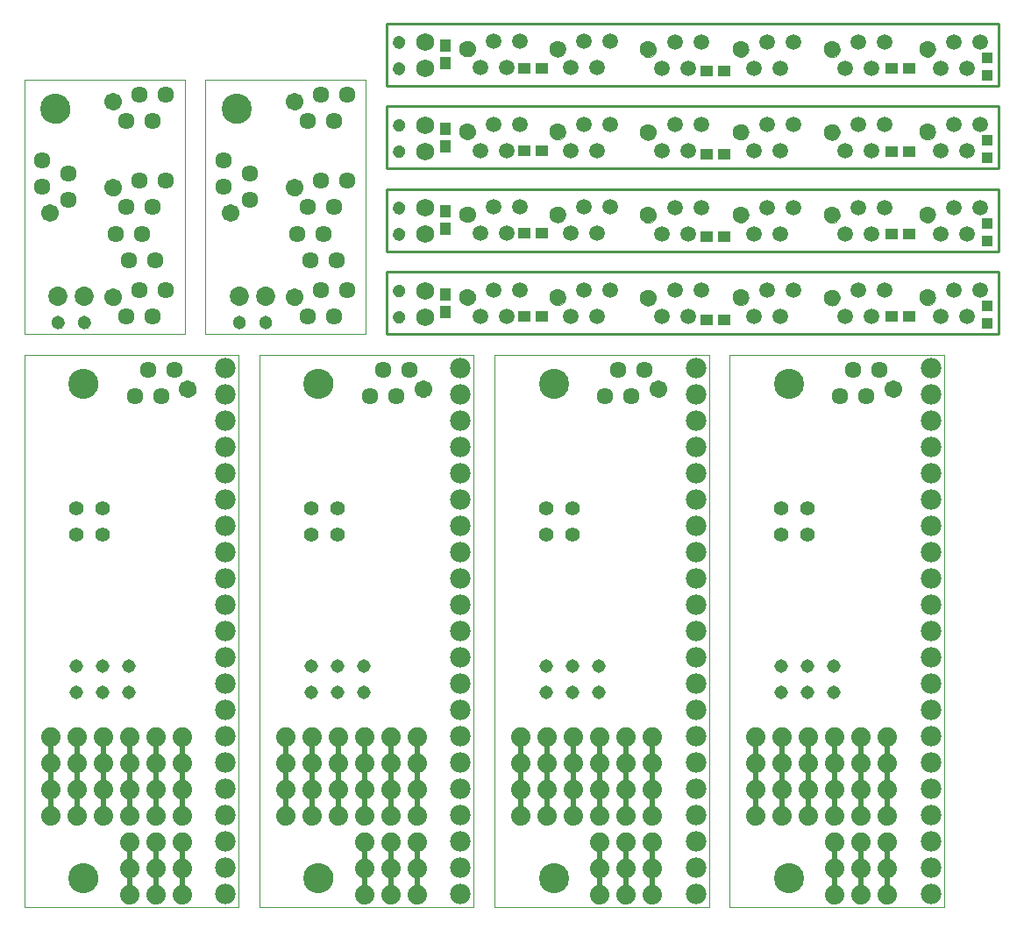
<source format=gbs>
G75*
G70*
%OFA0B0*%
%FSLAX25Y25*%
%IPPOS*%
%LPD*%
%AMOC8*
5,1,8,0,0,1.08239X$1,22.5*
%
%ADD11C,0.06900*%
%ADD21C,0.07800*%
%ADD22C,0.06310*%
%ADD25C,0.05520*%
%ADD26C,0.01000*%
%ADD28C,0.05940*%
%ADD36R,0.04730X0.04340*%
%ADD37R,0.04400X0.04300*%
%ADD41C,0.07400*%
%ADD43C,0.05160*%
%ADD54R,0.04340X0.04730*%
%ADD56C,0.06340*%
%ADD57C,0.11430*%
%ADD59C,0.06710*%
%ADD64C,0.04730*%
%ADD65C,0.00000*%
%ADD67C,0.05130*%
%ADD70C,0.07300*%
%ADD71R,0.02000X0.03000*%
X0010000Y0012000D02*
G75*
%LPD*%
D65*
X0091500Y0012000D02*
X0010000Y0012000D01*
X0010000Y0222000D01*
X0091500Y0222000D01*
X0091500Y0012000D01*
X0039700Y0151340D02*
X0039400Y0151360D01*
X0039100Y0151420D01*
X0038810Y0151510D01*
X0038540Y0151640D01*
X0038290Y0151810D01*
X0038060Y0152000D01*
X0037850Y0152230D01*
X0037680Y0152480D01*
X0037540Y0152740D01*
X0037440Y0153030D01*
X0037370Y0153320D01*
X0037340Y0153620D01*
X0037350Y0153930D01*
X0037400Y0154230D01*
X0037490Y0154520D01*
X0037610Y0154790D01*
X0037760Y0155050D01*
X0037950Y0155290D01*
X0038170Y0155500D01*
X0038410Y0155680D01*
X0038680Y0155830D01*
X0038960Y0155940D01*
X0039250Y0156020D01*
X0039550Y0156060D01*
X0039850Y0156060D01*
X0040150Y0156020D01*
X0040440Y0155940D01*
X0040720Y0155830D01*
X0040990Y0155680D01*
X0041230Y0155500D01*
X0041450Y0155290D01*
X0041640Y0155050D01*
X0041790Y0154790D01*
X0041910Y0154520D01*
X0042000Y0154230D01*
X0042050Y0153930D01*
X0042060Y0153620D01*
X0042030Y0153320D01*
X0041960Y0153030D01*
X0041860Y0152740D01*
X0041720Y0152480D01*
X0041550Y0152230D01*
X0041340Y0152000D01*
X0041110Y0151810D01*
X0040860Y0151640D01*
X0040590Y0151510D01*
X0040300Y0151420D01*
X0040000Y0151360D01*
X0039700Y0151340D01*
X0039700Y0161340D02*
X0039400Y0161360D01*
X0039100Y0161420D01*
X0038810Y0161510D01*
X0038540Y0161640D01*
X0038290Y0161810D01*
X0038060Y0162000D01*
X0037850Y0162230D01*
X0037680Y0162480D01*
X0037540Y0162740D01*
X0037440Y0163030D01*
X0037370Y0163320D01*
X0037340Y0163620D01*
X0037350Y0163930D01*
X0037400Y0164230D01*
X0037490Y0164520D01*
X0037610Y0164790D01*
X0037760Y0165050D01*
X0037950Y0165290D01*
X0038170Y0165500D01*
X0038410Y0165680D01*
X0038680Y0165830D01*
X0038960Y0165940D01*
X0039250Y0166020D01*
X0039550Y0166060D01*
X0039850Y0166060D01*
X0040150Y0166020D01*
X0040440Y0165940D01*
X0040720Y0165830D01*
X0040990Y0165680D01*
X0041230Y0165500D01*
X0041450Y0165290D01*
X0041640Y0165050D01*
X0041790Y0164790D01*
X0041910Y0164520D01*
X0042000Y0164230D01*
X0042050Y0163930D01*
X0042060Y0163620D01*
X0042030Y0163320D01*
X0041960Y0163030D01*
X0041860Y0162740D01*
X0041720Y0162480D01*
X0041550Y0162230D01*
X0041340Y0162000D01*
X0041110Y0161810D01*
X0040860Y0161640D01*
X0040590Y0161510D01*
X0040300Y0161420D01*
X0040000Y0161360D01*
X0039700Y0161340D01*
X0029700Y0161340D02*
X0029400Y0161360D01*
X0029100Y0161420D01*
X0028810Y0161510D01*
X0028540Y0161640D01*
X0028290Y0161810D01*
X0028060Y0162000D01*
X0027850Y0162230D01*
X0027680Y0162480D01*
X0027540Y0162740D01*
X0027440Y0163030D01*
X0027370Y0163320D01*
X0027340Y0163620D01*
X0027350Y0163930D01*
X0027400Y0164230D01*
X0027490Y0164520D01*
X0027610Y0164790D01*
X0027760Y0165050D01*
X0027950Y0165290D01*
X0028170Y0165500D01*
X0028410Y0165680D01*
X0028680Y0165830D01*
X0028960Y0165940D01*
X0029250Y0166020D01*
X0029550Y0166060D01*
X0029850Y0166060D01*
X0030150Y0166020D01*
X0030440Y0165940D01*
X0030720Y0165830D01*
X0030990Y0165680D01*
X0031230Y0165500D01*
X0031450Y0165290D01*
X0031640Y0165050D01*
X0031790Y0164790D01*
X0031910Y0164520D01*
X0032000Y0164230D01*
X0032050Y0163930D01*
X0032060Y0163620D01*
X0032030Y0163320D01*
X0031960Y0163030D01*
X0031860Y0162740D01*
X0031720Y0162480D01*
X0031550Y0162230D01*
X0031340Y0162000D01*
X0031110Y0161810D01*
X0030860Y0161640D01*
X0030590Y0161510D01*
X0030300Y0161420D01*
X0030000Y0161360D01*
X0029700Y0161340D01*
X0029700Y0151340D02*
X0029400Y0151360D01*
X0029100Y0151420D01*
X0028810Y0151510D01*
X0028540Y0151640D01*
X0028290Y0151810D01*
X0028060Y0152000D01*
X0027850Y0152230D01*
X0027680Y0152480D01*
X0027540Y0152740D01*
X0027440Y0153030D01*
X0027370Y0153320D01*
X0027340Y0153620D01*
X0027350Y0153930D01*
X0027400Y0154230D01*
X0027490Y0154520D01*
X0027610Y0154790D01*
X0027760Y0155050D01*
X0027950Y0155290D01*
X0028170Y0155500D01*
X0028410Y0155680D01*
X0028680Y0155830D01*
X0028960Y0155940D01*
X0029250Y0156020D01*
X0029550Y0156060D01*
X0029850Y0156060D01*
X0030150Y0156020D01*
X0030440Y0155940D01*
X0030720Y0155830D01*
X0030990Y0155680D01*
X0031230Y0155500D01*
X0031450Y0155290D01*
X0031640Y0155050D01*
X0031790Y0154790D01*
X0031910Y0154520D01*
X0032000Y0154230D01*
X0032050Y0153930D01*
X0032060Y0153620D01*
X0032030Y0153320D01*
X0031960Y0153030D01*
X0031860Y0152740D01*
X0031720Y0152480D01*
X0031550Y0152230D01*
X0031340Y0152000D01*
X0031110Y0151810D01*
X0030860Y0151640D01*
X0030590Y0151510D01*
X0030300Y0151420D01*
X0030000Y0151360D01*
X0029700Y0151340D01*
X0032500Y0205690D02*
X0032040Y0205710D01*
X0031590Y0205770D01*
X0031140Y0205870D01*
X0030710Y0206000D01*
X0030280Y0206170D01*
X0029880Y0206380D01*
X0029490Y0206620D01*
X0029130Y0206900D01*
X0028790Y0207210D01*
X0028470Y0207540D01*
X0028190Y0207900D01*
X0027940Y0208280D01*
X0027720Y0208680D01*
X0027540Y0209100D01*
X0027400Y0209530D01*
X0027290Y0209980D01*
X0027220Y0210430D01*
X0027190Y0210890D01*
X0027200Y0211340D01*
X0027250Y0211800D01*
X0027340Y0212250D01*
X0027460Y0212680D01*
X0027630Y0213110D01*
X0027830Y0213520D01*
X0028060Y0213910D01*
X0028330Y0214290D01*
X0028630Y0214630D01*
X0028950Y0214950D01*
X0029310Y0215240D01*
X0029680Y0215500D01*
X0030080Y0215730D01*
X0030490Y0215920D01*
X0030920Y0216070D01*
X0031370Y0216190D01*
X0031820Y0216270D01*
X0032270Y0216310D01*
X0032730Y0216310D01*
X0033180Y0216270D01*
X0033630Y0216190D01*
X0034080Y0216070D01*
X0034510Y0215920D01*
X0034920Y0215730D01*
X0035320Y0215500D01*
X0035690Y0215240D01*
X0036050Y0214950D01*
X0036370Y0214630D01*
X0036670Y0214290D01*
X0036940Y0213910D01*
X0037170Y0213520D01*
X0037370Y0213110D01*
X0037540Y0212680D01*
X0037660Y0212250D01*
X0037750Y0211800D01*
X0037800Y0211340D01*
X0037810Y0210890D01*
X0037780Y0210430D01*
X0037710Y0209980D01*
X0037600Y0209530D01*
X0037460Y0209100D01*
X0037280Y0208680D01*
X0037060Y0208280D01*
X0036810Y0207900D01*
X0036530Y0207540D01*
X0036210Y0207210D01*
X0035870Y0206900D01*
X0035510Y0206620D01*
X0035120Y0206380D01*
X0034720Y0206170D01*
X0034290Y0206000D01*
X0033860Y0205870D01*
X0033410Y0205770D01*
X0032960Y0205710D01*
X0032500Y0205690D01*
X0072200Y0205940D02*
X0071860Y0205960D01*
X0071520Y0206020D01*
X0071190Y0206120D01*
X0070880Y0206250D01*
X0070580Y0206430D01*
X0070300Y0206630D01*
X0070050Y0206870D01*
X0069830Y0207130D01*
X0069650Y0207410D01*
X0069490Y0207720D01*
X0069370Y0208040D01*
X0069290Y0208380D01*
X0069250Y0208720D01*
X0069250Y0209060D01*
X0069290Y0209400D01*
X0069370Y0209740D01*
X0069490Y0210060D01*
X0069650Y0210360D01*
X0069830Y0210650D01*
X0070050Y0210910D01*
X0070300Y0211150D01*
X0070580Y0211350D01*
X0070880Y0211530D01*
X0071190Y0211660D01*
X0071520Y0211760D01*
X0071860Y0211820D01*
X0072200Y0211840D01*
X0072540Y0211820D01*
X0072880Y0211760D01*
X0073210Y0211660D01*
X0073520Y0211530D01*
X0073820Y0211350D01*
X0074100Y0211150D01*
X0074350Y0210910D01*
X0074570Y0210650D01*
X0074750Y0210370D01*
X0074910Y0210060D01*
X0075030Y0209740D01*
X0075110Y0209400D01*
X0075150Y0209060D01*
X0075150Y0208720D01*
X0075110Y0208380D01*
X0075030Y0208040D01*
X0074910Y0207720D01*
X0074750Y0207410D01*
X0074570Y0207130D01*
X0074350Y0206870D01*
X0074100Y0206630D01*
X0073820Y0206430D01*
X0073520Y0206250D01*
X0073210Y0206120D01*
X0072880Y0206020D01*
X0072540Y0205960D01*
X0072200Y0205940D01*
X0032500Y0017690D02*
X0032040Y0017710D01*
X0031590Y0017770D01*
X0031140Y0017870D01*
X0030710Y0018000D01*
X0030280Y0018170D01*
X0029880Y0018380D01*
X0029490Y0018620D01*
X0029130Y0018900D01*
X0028790Y0019210D01*
X0028470Y0019540D01*
X0028190Y0019900D01*
X0027940Y0020280D01*
X0027720Y0020680D01*
X0027540Y0021100D01*
X0027400Y0021530D01*
X0027290Y0021980D01*
X0027220Y0022430D01*
X0027190Y0022890D01*
X0027200Y0023340D01*
X0027250Y0023800D01*
X0027340Y0024250D01*
X0027460Y0024680D01*
X0027630Y0025110D01*
X0027830Y0025520D01*
X0028060Y0025910D01*
X0028330Y0026290D01*
X0028630Y0026630D01*
X0028950Y0026950D01*
X0029310Y0027240D01*
X0029680Y0027500D01*
X0030080Y0027730D01*
X0030490Y0027920D01*
X0030920Y0028070D01*
X0031370Y0028190D01*
X0031820Y0028270D01*
X0032270Y0028310D01*
X0032730Y0028310D01*
X0033180Y0028270D01*
X0033630Y0028190D01*
X0034080Y0028070D01*
X0034510Y0027920D01*
X0034920Y0027730D01*
X0035320Y0027500D01*
X0035690Y0027240D01*
X0036050Y0026950D01*
X0036370Y0026630D01*
X0036670Y0026290D01*
X0036940Y0025910D01*
X0037170Y0025520D01*
X0037370Y0025110D01*
X0037540Y0024680D01*
X0037660Y0024250D01*
X0037750Y0023800D01*
X0037800Y0023340D01*
X0037810Y0022890D01*
X0037780Y0022430D01*
X0037710Y0021980D01*
X0037600Y0021530D01*
X0037460Y0021100D01*
X0037280Y0020680D01*
X0037060Y0020280D01*
X0036810Y0019900D01*
X0036530Y0019540D01*
X0036210Y0019210D01*
X0035870Y0018900D01*
X0035510Y0018620D01*
X0035120Y0018380D01*
X0034720Y0018170D01*
X0034290Y0018000D01*
X0033860Y0017870D01*
X0033410Y0017770D01*
X0032960Y0017710D01*
X0032500Y0017690D01*
D57*
X0032500Y0023000D03*
X0032500Y0211000D03*
D71*
X0030000Y0071500D03*
X0030000Y0061500D03*
X0030000Y0051500D03*
X0020000Y0051500D03*
X0020000Y0061500D03*
X0020000Y0071500D03*
X0040000Y0071500D03*
X0040000Y0061500D03*
X0040000Y0051500D03*
X0050000Y0051500D03*
X0050000Y0061500D03*
X0050000Y0071500D03*
X0060000Y0071500D03*
X0060000Y0061500D03*
X0060000Y0051500D03*
X0060000Y0031500D03*
X0060000Y0021500D03*
X0070000Y0021500D03*
X0070000Y0031500D03*
X0070000Y0051500D03*
X0070000Y0061500D03*
X0070000Y0071500D03*
X0050000Y0031500D03*
X0050000Y0021500D03*
D21*
X0086500Y0017000D03*
X0086500Y0027000D03*
X0086500Y0037000D03*
X0086500Y0047000D03*
X0086500Y0057000D03*
X0086500Y0067000D03*
X0086500Y0077000D03*
X0086500Y0087000D03*
X0086500Y0097000D03*
X0086500Y0107000D03*
X0086500Y0117000D03*
X0086500Y0127000D03*
X0086500Y0137000D03*
X0086500Y0147000D03*
X0086500Y0157000D03*
X0086500Y0167000D03*
X0086500Y0177000D03*
X0086500Y0187000D03*
X0086500Y0197000D03*
X0086500Y0207000D03*
X0086500Y0217000D03*
D25*
X0039700Y0163700D03*
X0039700Y0153700D03*
X0029700Y0153700D03*
X0029700Y0163700D03*
D43*
X0029700Y0103700D03*
X0029700Y0093700D03*
X0039700Y0093700D03*
X0039700Y0103700D03*
X0049700Y0103700D03*
X0049700Y0093700D03*
D56*
X0052100Y0206100D03*
X0057100Y0216100D03*
X0062100Y0206100D03*
X0067100Y0216100D03*
D59*
X0072200Y0208890D03*
D41*
X0070000Y0076500D03*
X0070000Y0066500D03*
X0070000Y0056500D03*
X0070000Y0046500D03*
X0070000Y0036500D03*
X0070000Y0026500D03*
X0070000Y0016500D03*
X0060000Y0016500D03*
X0060000Y0026500D03*
X0060000Y0036500D03*
X0060000Y0046500D03*
X0060000Y0056500D03*
X0060000Y0066500D03*
X0060000Y0076500D03*
X0050000Y0076500D03*
X0050000Y0066500D03*
X0050000Y0056500D03*
X0050000Y0046500D03*
X0050000Y0036500D03*
X0050000Y0026500D03*
X0050000Y0016500D03*
X0040000Y0046500D03*
X0040000Y0056500D03*
X0040000Y0066500D03*
X0040000Y0076500D03*
X0030000Y0076500D03*
X0030000Y0066500D03*
X0030000Y0056500D03*
X0030000Y0046500D03*
X0020000Y0046500D03*
X0020000Y0056500D03*
X0020000Y0066500D03*
X0020000Y0076500D03*
X0099370Y0012000D02*
G75*
%LPD*%
D65*
X0180870Y0012000D02*
X0099370Y0012000D01*
X0099370Y0222000D01*
X0180870Y0222000D01*
X0180870Y0012000D01*
X0129070Y0151340D02*
X0128770Y0151360D01*
X0128470Y0151420D01*
X0128180Y0151510D01*
X0127910Y0151640D01*
X0127660Y0151810D01*
X0127430Y0152000D01*
X0127220Y0152230D01*
X0127050Y0152480D01*
X0126910Y0152740D01*
X0126810Y0153030D01*
X0126740Y0153320D01*
X0126710Y0153620D01*
X0126720Y0153930D01*
X0126770Y0154230D01*
X0126860Y0154520D01*
X0126980Y0154790D01*
X0127130Y0155050D01*
X0127320Y0155290D01*
X0127540Y0155500D01*
X0127780Y0155680D01*
X0128050Y0155830D01*
X0128330Y0155940D01*
X0128620Y0156020D01*
X0128920Y0156060D01*
X0129220Y0156060D01*
X0129520Y0156020D01*
X0129810Y0155940D01*
X0130090Y0155830D01*
X0130360Y0155680D01*
X0130600Y0155500D01*
X0130820Y0155290D01*
X0131010Y0155050D01*
X0131160Y0154790D01*
X0131280Y0154520D01*
X0131370Y0154230D01*
X0131420Y0153930D01*
X0131430Y0153620D01*
X0131400Y0153320D01*
X0131330Y0153030D01*
X0131230Y0152740D01*
X0131090Y0152480D01*
X0130920Y0152230D01*
X0130710Y0152000D01*
X0130480Y0151810D01*
X0130230Y0151640D01*
X0129960Y0151510D01*
X0129670Y0151420D01*
X0129370Y0151360D01*
X0129070Y0151340D01*
X0129070Y0161340D02*
X0128770Y0161360D01*
X0128470Y0161420D01*
X0128180Y0161510D01*
X0127910Y0161640D01*
X0127660Y0161810D01*
X0127430Y0162000D01*
X0127220Y0162230D01*
X0127050Y0162480D01*
X0126910Y0162740D01*
X0126810Y0163030D01*
X0126740Y0163320D01*
X0126710Y0163620D01*
X0126720Y0163930D01*
X0126770Y0164230D01*
X0126860Y0164520D01*
X0126980Y0164790D01*
X0127130Y0165050D01*
X0127320Y0165290D01*
X0127540Y0165500D01*
X0127780Y0165680D01*
X0128050Y0165830D01*
X0128330Y0165940D01*
X0128620Y0166020D01*
X0128920Y0166060D01*
X0129220Y0166060D01*
X0129520Y0166020D01*
X0129810Y0165940D01*
X0130090Y0165830D01*
X0130360Y0165680D01*
X0130600Y0165500D01*
X0130820Y0165290D01*
X0131010Y0165050D01*
X0131160Y0164790D01*
X0131280Y0164520D01*
X0131370Y0164230D01*
X0131420Y0163930D01*
X0131430Y0163620D01*
X0131400Y0163320D01*
X0131330Y0163030D01*
X0131230Y0162740D01*
X0131090Y0162480D01*
X0130920Y0162230D01*
X0130710Y0162000D01*
X0130480Y0161810D01*
X0130230Y0161640D01*
X0129960Y0161510D01*
X0129670Y0161420D01*
X0129370Y0161360D01*
X0129070Y0161340D01*
X0119070Y0161340D02*
X0118770Y0161360D01*
X0118470Y0161420D01*
X0118180Y0161510D01*
X0117910Y0161640D01*
X0117660Y0161810D01*
X0117430Y0162000D01*
X0117220Y0162230D01*
X0117050Y0162480D01*
X0116910Y0162740D01*
X0116810Y0163030D01*
X0116740Y0163320D01*
X0116710Y0163620D01*
X0116720Y0163930D01*
X0116770Y0164230D01*
X0116860Y0164520D01*
X0116980Y0164790D01*
X0117130Y0165050D01*
X0117320Y0165290D01*
X0117540Y0165500D01*
X0117780Y0165680D01*
X0118050Y0165830D01*
X0118330Y0165940D01*
X0118620Y0166020D01*
X0118920Y0166060D01*
X0119220Y0166060D01*
X0119520Y0166020D01*
X0119810Y0165940D01*
X0120090Y0165830D01*
X0120360Y0165680D01*
X0120600Y0165500D01*
X0120820Y0165290D01*
X0121010Y0165050D01*
X0121160Y0164790D01*
X0121280Y0164520D01*
X0121370Y0164230D01*
X0121420Y0163930D01*
X0121430Y0163620D01*
X0121400Y0163320D01*
X0121330Y0163030D01*
X0121230Y0162740D01*
X0121090Y0162480D01*
X0120920Y0162230D01*
X0120710Y0162000D01*
X0120480Y0161810D01*
X0120230Y0161640D01*
X0119960Y0161510D01*
X0119670Y0161420D01*
X0119370Y0161360D01*
X0119070Y0161340D01*
X0119070Y0151340D02*
X0118770Y0151360D01*
X0118470Y0151420D01*
X0118180Y0151510D01*
X0117910Y0151640D01*
X0117660Y0151810D01*
X0117430Y0152000D01*
X0117220Y0152230D01*
X0117050Y0152480D01*
X0116910Y0152740D01*
X0116810Y0153030D01*
X0116740Y0153320D01*
X0116710Y0153620D01*
X0116720Y0153930D01*
X0116770Y0154230D01*
X0116860Y0154520D01*
X0116980Y0154790D01*
X0117130Y0155050D01*
X0117320Y0155290D01*
X0117540Y0155500D01*
X0117780Y0155680D01*
X0118050Y0155830D01*
X0118330Y0155940D01*
X0118620Y0156020D01*
X0118920Y0156060D01*
X0119220Y0156060D01*
X0119520Y0156020D01*
X0119810Y0155940D01*
X0120090Y0155830D01*
X0120360Y0155680D01*
X0120600Y0155500D01*
X0120820Y0155290D01*
X0121010Y0155050D01*
X0121160Y0154790D01*
X0121280Y0154520D01*
X0121370Y0154230D01*
X0121420Y0153930D01*
X0121430Y0153620D01*
X0121400Y0153320D01*
X0121330Y0153030D01*
X0121230Y0152740D01*
X0121090Y0152480D01*
X0120920Y0152230D01*
X0120710Y0152000D01*
X0120480Y0151810D01*
X0120230Y0151640D01*
X0119960Y0151510D01*
X0119670Y0151420D01*
X0119370Y0151360D01*
X0119070Y0151340D01*
X0121870Y0205690D02*
X0121410Y0205710D01*
X0120960Y0205770D01*
X0120510Y0205870D01*
X0120080Y0206000D01*
X0119650Y0206170D01*
X0119250Y0206380D01*
X0118860Y0206620D01*
X0118500Y0206900D01*
X0118160Y0207210D01*
X0117840Y0207540D01*
X0117560Y0207900D01*
X0117310Y0208280D01*
X0117090Y0208680D01*
X0116910Y0209100D01*
X0116770Y0209530D01*
X0116660Y0209980D01*
X0116590Y0210430D01*
X0116560Y0210890D01*
X0116570Y0211340D01*
X0116620Y0211800D01*
X0116710Y0212250D01*
X0116830Y0212680D01*
X0117000Y0213110D01*
X0117200Y0213520D01*
X0117430Y0213910D01*
X0117700Y0214290D01*
X0118000Y0214630D01*
X0118320Y0214950D01*
X0118680Y0215240D01*
X0119050Y0215500D01*
X0119450Y0215730D01*
X0119860Y0215920D01*
X0120290Y0216070D01*
X0120740Y0216190D01*
X0121190Y0216270D01*
X0121640Y0216310D01*
X0122100Y0216310D01*
X0122550Y0216270D01*
X0123000Y0216190D01*
X0123450Y0216070D01*
X0123880Y0215920D01*
X0124290Y0215730D01*
X0124690Y0215500D01*
X0125060Y0215240D01*
X0125420Y0214950D01*
X0125740Y0214630D01*
X0126040Y0214290D01*
X0126310Y0213910D01*
X0126540Y0213520D01*
X0126740Y0213110D01*
X0126910Y0212680D01*
X0127030Y0212250D01*
X0127120Y0211800D01*
X0127170Y0211340D01*
X0127180Y0210890D01*
X0127150Y0210430D01*
X0127080Y0209980D01*
X0126970Y0209530D01*
X0126830Y0209100D01*
X0126650Y0208680D01*
X0126430Y0208280D01*
X0126180Y0207900D01*
X0125900Y0207540D01*
X0125580Y0207210D01*
X0125240Y0206900D01*
X0124880Y0206620D01*
X0124490Y0206380D01*
X0124090Y0206170D01*
X0123660Y0206000D01*
X0123230Y0205870D01*
X0122780Y0205770D01*
X0122330Y0205710D01*
X0121870Y0205690D01*
X0161570Y0205940D02*
X0161230Y0205960D01*
X0160890Y0206020D01*
X0160560Y0206120D01*
X0160250Y0206250D01*
X0159950Y0206430D01*
X0159670Y0206630D01*
X0159420Y0206870D01*
X0159200Y0207130D01*
X0159020Y0207410D01*
X0158860Y0207720D01*
X0158740Y0208040D01*
X0158660Y0208380D01*
X0158620Y0208720D01*
X0158620Y0209060D01*
X0158660Y0209400D01*
X0158740Y0209740D01*
X0158860Y0210060D01*
X0159020Y0210360D01*
X0159200Y0210650D01*
X0159420Y0210910D01*
X0159670Y0211150D01*
X0159950Y0211350D01*
X0160250Y0211530D01*
X0160560Y0211660D01*
X0160890Y0211760D01*
X0161230Y0211820D01*
X0161570Y0211840D01*
X0161910Y0211820D01*
X0162250Y0211760D01*
X0162580Y0211660D01*
X0162890Y0211530D01*
X0163190Y0211350D01*
X0163470Y0211150D01*
X0163720Y0210910D01*
X0163940Y0210650D01*
X0164120Y0210370D01*
X0164280Y0210060D01*
X0164400Y0209740D01*
X0164480Y0209400D01*
X0164520Y0209060D01*
X0164520Y0208720D01*
X0164480Y0208380D01*
X0164400Y0208040D01*
X0164280Y0207720D01*
X0164120Y0207410D01*
X0163940Y0207130D01*
X0163720Y0206870D01*
X0163470Y0206630D01*
X0163190Y0206430D01*
X0162890Y0206250D01*
X0162580Y0206120D01*
X0162250Y0206020D01*
X0161910Y0205960D01*
X0161570Y0205940D01*
X0121870Y0017690D02*
X0121410Y0017710D01*
X0120960Y0017770D01*
X0120510Y0017870D01*
X0120080Y0018000D01*
X0119650Y0018170D01*
X0119250Y0018380D01*
X0118860Y0018620D01*
X0118500Y0018900D01*
X0118160Y0019210D01*
X0117840Y0019540D01*
X0117560Y0019900D01*
X0117310Y0020280D01*
X0117090Y0020680D01*
X0116910Y0021100D01*
X0116770Y0021530D01*
X0116660Y0021980D01*
X0116590Y0022430D01*
X0116560Y0022890D01*
X0116570Y0023340D01*
X0116620Y0023800D01*
X0116710Y0024250D01*
X0116830Y0024680D01*
X0117000Y0025110D01*
X0117200Y0025520D01*
X0117430Y0025910D01*
X0117700Y0026290D01*
X0118000Y0026630D01*
X0118320Y0026950D01*
X0118680Y0027240D01*
X0119050Y0027500D01*
X0119450Y0027730D01*
X0119860Y0027920D01*
X0120290Y0028070D01*
X0120740Y0028190D01*
X0121190Y0028270D01*
X0121640Y0028310D01*
X0122100Y0028310D01*
X0122550Y0028270D01*
X0123000Y0028190D01*
X0123450Y0028070D01*
X0123880Y0027920D01*
X0124290Y0027730D01*
X0124690Y0027500D01*
X0125060Y0027240D01*
X0125420Y0026950D01*
X0125740Y0026630D01*
X0126040Y0026290D01*
X0126310Y0025910D01*
X0126540Y0025520D01*
X0126740Y0025110D01*
X0126910Y0024680D01*
X0127030Y0024250D01*
X0127120Y0023800D01*
X0127170Y0023340D01*
X0127180Y0022890D01*
X0127150Y0022430D01*
X0127080Y0021980D01*
X0126970Y0021530D01*
X0126830Y0021100D01*
X0126650Y0020680D01*
X0126430Y0020280D01*
X0126180Y0019900D01*
X0125900Y0019540D01*
X0125580Y0019210D01*
X0125240Y0018900D01*
X0124880Y0018620D01*
X0124490Y0018380D01*
X0124090Y0018170D01*
X0123660Y0018000D01*
X0123230Y0017870D01*
X0122780Y0017770D01*
X0122330Y0017710D01*
X0121870Y0017690D01*
D57*
X0121870Y0023000D03*
X0121870Y0211000D03*
D71*
X0119370Y0071500D03*
X0119370Y0061500D03*
X0119370Y0051500D03*
X0109370Y0051500D03*
X0109370Y0061500D03*
X0109370Y0071500D03*
X0129370Y0071500D03*
X0129370Y0061500D03*
X0129370Y0051500D03*
X0139370Y0051500D03*
X0139370Y0061500D03*
X0139370Y0071500D03*
X0149370Y0071500D03*
X0149370Y0061500D03*
X0149370Y0051500D03*
X0149370Y0031500D03*
X0149370Y0021500D03*
X0159370Y0021500D03*
X0159370Y0031500D03*
X0159370Y0051500D03*
X0159370Y0061500D03*
X0159370Y0071500D03*
X0139370Y0031500D03*
X0139370Y0021500D03*
D21*
X0175870Y0017000D03*
X0175870Y0027000D03*
X0175870Y0037000D03*
X0175870Y0047000D03*
X0175870Y0057000D03*
X0175870Y0067000D03*
X0175870Y0077000D03*
X0175870Y0087000D03*
X0175870Y0097000D03*
X0175870Y0107000D03*
X0175870Y0117000D03*
X0175870Y0127000D03*
X0175870Y0137000D03*
X0175870Y0147000D03*
X0175870Y0157000D03*
X0175870Y0167000D03*
X0175870Y0177000D03*
X0175870Y0187000D03*
X0175870Y0197000D03*
X0175870Y0207000D03*
X0175870Y0217000D03*
D25*
X0129070Y0163700D03*
X0129070Y0153700D03*
X0119070Y0153700D03*
X0119070Y0163700D03*
D43*
X0119070Y0103700D03*
X0119070Y0093700D03*
X0129070Y0093700D03*
X0129070Y0103700D03*
X0139070Y0103700D03*
X0139070Y0093700D03*
D56*
X0141470Y0206100D03*
X0146470Y0216100D03*
X0151470Y0206100D03*
X0156470Y0216100D03*
D59*
X0161570Y0208890D03*
D41*
X0159370Y0076500D03*
X0159370Y0066500D03*
X0159370Y0056500D03*
X0159370Y0046500D03*
X0159370Y0036500D03*
X0159370Y0026500D03*
X0159370Y0016500D03*
X0149370Y0016500D03*
X0149370Y0026500D03*
X0149370Y0036500D03*
X0149370Y0046500D03*
X0149370Y0056500D03*
X0149370Y0066500D03*
X0149370Y0076500D03*
X0139370Y0076500D03*
X0139370Y0066500D03*
X0139370Y0056500D03*
X0139370Y0046500D03*
X0139370Y0036500D03*
X0139370Y0026500D03*
X0139370Y0016500D03*
X0129370Y0046500D03*
X0129370Y0056500D03*
X0129370Y0066500D03*
X0129370Y0076500D03*
X0119370Y0076500D03*
X0119370Y0066500D03*
X0119370Y0056500D03*
X0119370Y0046500D03*
X0109370Y0046500D03*
X0109370Y0056500D03*
X0109370Y0066500D03*
X0109370Y0076500D03*
X0188740Y0012000D02*
G75*
%LPD*%
D65*
X0270240Y0012000D02*
X0188740Y0012000D01*
X0188740Y0222000D01*
X0270240Y0222000D01*
X0270240Y0012000D01*
X0218440Y0151340D02*
X0218140Y0151360D01*
X0217840Y0151420D01*
X0217550Y0151510D01*
X0217280Y0151640D01*
X0217030Y0151810D01*
X0216800Y0152000D01*
X0216590Y0152230D01*
X0216420Y0152480D01*
X0216280Y0152740D01*
X0216180Y0153030D01*
X0216110Y0153320D01*
X0216080Y0153620D01*
X0216090Y0153930D01*
X0216140Y0154230D01*
X0216230Y0154520D01*
X0216350Y0154790D01*
X0216500Y0155050D01*
X0216690Y0155290D01*
X0216910Y0155500D01*
X0217150Y0155680D01*
X0217420Y0155830D01*
X0217700Y0155940D01*
X0217990Y0156020D01*
X0218290Y0156060D01*
X0218590Y0156060D01*
X0218890Y0156020D01*
X0219180Y0155940D01*
X0219460Y0155830D01*
X0219730Y0155680D01*
X0219970Y0155500D01*
X0220190Y0155290D01*
X0220380Y0155050D01*
X0220530Y0154790D01*
X0220650Y0154520D01*
X0220740Y0154230D01*
X0220790Y0153930D01*
X0220800Y0153620D01*
X0220770Y0153320D01*
X0220700Y0153030D01*
X0220600Y0152740D01*
X0220460Y0152480D01*
X0220290Y0152230D01*
X0220080Y0152000D01*
X0219850Y0151810D01*
X0219600Y0151640D01*
X0219330Y0151510D01*
X0219040Y0151420D01*
X0218740Y0151360D01*
X0218440Y0151340D01*
X0218440Y0161340D02*
X0218140Y0161360D01*
X0217840Y0161420D01*
X0217550Y0161510D01*
X0217280Y0161640D01*
X0217030Y0161810D01*
X0216800Y0162000D01*
X0216590Y0162230D01*
X0216420Y0162480D01*
X0216280Y0162740D01*
X0216180Y0163030D01*
X0216110Y0163320D01*
X0216080Y0163620D01*
X0216090Y0163930D01*
X0216140Y0164230D01*
X0216230Y0164520D01*
X0216350Y0164790D01*
X0216500Y0165050D01*
X0216690Y0165290D01*
X0216910Y0165500D01*
X0217150Y0165680D01*
X0217420Y0165830D01*
X0217700Y0165940D01*
X0217990Y0166020D01*
X0218290Y0166060D01*
X0218590Y0166060D01*
X0218890Y0166020D01*
X0219180Y0165940D01*
X0219460Y0165830D01*
X0219730Y0165680D01*
X0219970Y0165500D01*
X0220190Y0165290D01*
X0220380Y0165050D01*
X0220530Y0164790D01*
X0220650Y0164520D01*
X0220740Y0164230D01*
X0220790Y0163930D01*
X0220800Y0163620D01*
X0220770Y0163320D01*
X0220700Y0163030D01*
X0220600Y0162740D01*
X0220460Y0162480D01*
X0220290Y0162230D01*
X0220080Y0162000D01*
X0219850Y0161810D01*
X0219600Y0161640D01*
X0219330Y0161510D01*
X0219040Y0161420D01*
X0218740Y0161360D01*
X0218440Y0161340D01*
X0208440Y0161340D02*
X0208140Y0161360D01*
X0207840Y0161420D01*
X0207550Y0161510D01*
X0207280Y0161640D01*
X0207030Y0161810D01*
X0206800Y0162000D01*
X0206590Y0162230D01*
X0206420Y0162480D01*
X0206280Y0162740D01*
X0206180Y0163030D01*
X0206110Y0163320D01*
X0206080Y0163620D01*
X0206090Y0163930D01*
X0206140Y0164230D01*
X0206230Y0164520D01*
X0206350Y0164790D01*
X0206500Y0165050D01*
X0206690Y0165290D01*
X0206910Y0165500D01*
X0207150Y0165680D01*
X0207420Y0165830D01*
X0207700Y0165940D01*
X0207990Y0166020D01*
X0208290Y0166060D01*
X0208590Y0166060D01*
X0208890Y0166020D01*
X0209180Y0165940D01*
X0209460Y0165830D01*
X0209730Y0165680D01*
X0209970Y0165500D01*
X0210190Y0165290D01*
X0210380Y0165050D01*
X0210530Y0164790D01*
X0210650Y0164520D01*
X0210740Y0164230D01*
X0210790Y0163930D01*
X0210800Y0163620D01*
X0210770Y0163320D01*
X0210700Y0163030D01*
X0210600Y0162740D01*
X0210460Y0162480D01*
X0210290Y0162230D01*
X0210080Y0162000D01*
X0209850Y0161810D01*
X0209600Y0161640D01*
X0209330Y0161510D01*
X0209040Y0161420D01*
X0208740Y0161360D01*
X0208440Y0161340D01*
X0208440Y0151340D02*
X0208140Y0151360D01*
X0207840Y0151420D01*
X0207550Y0151510D01*
X0207280Y0151640D01*
X0207030Y0151810D01*
X0206800Y0152000D01*
X0206590Y0152230D01*
X0206420Y0152480D01*
X0206280Y0152740D01*
X0206180Y0153030D01*
X0206110Y0153320D01*
X0206080Y0153620D01*
X0206090Y0153930D01*
X0206140Y0154230D01*
X0206230Y0154520D01*
X0206350Y0154790D01*
X0206500Y0155050D01*
X0206690Y0155290D01*
X0206910Y0155500D01*
X0207150Y0155680D01*
X0207420Y0155830D01*
X0207700Y0155940D01*
X0207990Y0156020D01*
X0208290Y0156060D01*
X0208590Y0156060D01*
X0208890Y0156020D01*
X0209180Y0155940D01*
X0209460Y0155830D01*
X0209730Y0155680D01*
X0209970Y0155500D01*
X0210190Y0155290D01*
X0210380Y0155050D01*
X0210530Y0154790D01*
X0210650Y0154520D01*
X0210740Y0154230D01*
X0210790Y0153930D01*
X0210800Y0153620D01*
X0210770Y0153320D01*
X0210700Y0153030D01*
X0210600Y0152740D01*
X0210460Y0152480D01*
X0210290Y0152230D01*
X0210080Y0152000D01*
X0209850Y0151810D01*
X0209600Y0151640D01*
X0209330Y0151510D01*
X0209040Y0151420D01*
X0208740Y0151360D01*
X0208440Y0151340D01*
X0211240Y0205690D02*
X0210780Y0205710D01*
X0210330Y0205770D01*
X0209880Y0205870D01*
X0209450Y0206000D01*
X0209020Y0206170D01*
X0208620Y0206380D01*
X0208230Y0206620D01*
X0207870Y0206900D01*
X0207530Y0207210D01*
X0207210Y0207540D01*
X0206930Y0207900D01*
X0206680Y0208280D01*
X0206460Y0208680D01*
X0206280Y0209100D01*
X0206140Y0209530D01*
X0206030Y0209980D01*
X0205960Y0210430D01*
X0205930Y0210890D01*
X0205940Y0211340D01*
X0205990Y0211800D01*
X0206080Y0212250D01*
X0206200Y0212680D01*
X0206370Y0213110D01*
X0206570Y0213520D01*
X0206800Y0213910D01*
X0207070Y0214290D01*
X0207370Y0214630D01*
X0207690Y0214950D01*
X0208050Y0215240D01*
X0208420Y0215500D01*
X0208820Y0215730D01*
X0209230Y0215920D01*
X0209660Y0216070D01*
X0210110Y0216190D01*
X0210560Y0216270D01*
X0211010Y0216310D01*
X0211470Y0216310D01*
X0211920Y0216270D01*
X0212370Y0216190D01*
X0212820Y0216070D01*
X0213250Y0215920D01*
X0213660Y0215730D01*
X0214060Y0215500D01*
X0214430Y0215240D01*
X0214790Y0214950D01*
X0215110Y0214630D01*
X0215410Y0214290D01*
X0215680Y0213910D01*
X0215910Y0213520D01*
X0216110Y0213110D01*
X0216280Y0212680D01*
X0216400Y0212250D01*
X0216490Y0211800D01*
X0216540Y0211340D01*
X0216550Y0210890D01*
X0216520Y0210430D01*
X0216450Y0209980D01*
X0216340Y0209530D01*
X0216200Y0209100D01*
X0216020Y0208680D01*
X0215800Y0208280D01*
X0215550Y0207900D01*
X0215270Y0207540D01*
X0214950Y0207210D01*
X0214610Y0206900D01*
X0214250Y0206620D01*
X0213860Y0206380D01*
X0213460Y0206170D01*
X0213030Y0206000D01*
X0212600Y0205870D01*
X0212150Y0205770D01*
X0211700Y0205710D01*
X0211240Y0205690D01*
X0250940Y0205940D02*
X0250600Y0205960D01*
X0250260Y0206020D01*
X0249930Y0206120D01*
X0249620Y0206250D01*
X0249320Y0206430D01*
X0249040Y0206630D01*
X0248790Y0206870D01*
X0248570Y0207130D01*
X0248390Y0207410D01*
X0248230Y0207720D01*
X0248110Y0208040D01*
X0248030Y0208380D01*
X0247990Y0208720D01*
X0247990Y0209060D01*
X0248030Y0209400D01*
X0248110Y0209740D01*
X0248230Y0210060D01*
X0248390Y0210360D01*
X0248570Y0210650D01*
X0248790Y0210910D01*
X0249040Y0211150D01*
X0249320Y0211350D01*
X0249620Y0211530D01*
X0249930Y0211660D01*
X0250260Y0211760D01*
X0250600Y0211820D01*
X0250940Y0211840D01*
X0251280Y0211820D01*
X0251620Y0211760D01*
X0251950Y0211660D01*
X0252260Y0211530D01*
X0252560Y0211350D01*
X0252840Y0211150D01*
X0253090Y0210910D01*
X0253310Y0210650D01*
X0253490Y0210370D01*
X0253650Y0210060D01*
X0253770Y0209740D01*
X0253850Y0209400D01*
X0253890Y0209060D01*
X0253890Y0208720D01*
X0253850Y0208380D01*
X0253770Y0208040D01*
X0253650Y0207720D01*
X0253490Y0207410D01*
X0253310Y0207130D01*
X0253090Y0206870D01*
X0252840Y0206630D01*
X0252560Y0206430D01*
X0252260Y0206250D01*
X0251950Y0206120D01*
X0251620Y0206020D01*
X0251280Y0205960D01*
X0250940Y0205940D01*
X0211240Y0017690D02*
X0210780Y0017710D01*
X0210330Y0017770D01*
X0209880Y0017870D01*
X0209450Y0018000D01*
X0209020Y0018170D01*
X0208620Y0018380D01*
X0208230Y0018620D01*
X0207870Y0018900D01*
X0207530Y0019210D01*
X0207210Y0019540D01*
X0206930Y0019900D01*
X0206680Y0020280D01*
X0206460Y0020680D01*
X0206280Y0021100D01*
X0206140Y0021530D01*
X0206030Y0021980D01*
X0205960Y0022430D01*
X0205930Y0022890D01*
X0205940Y0023340D01*
X0205990Y0023800D01*
X0206080Y0024250D01*
X0206200Y0024680D01*
X0206370Y0025110D01*
X0206570Y0025520D01*
X0206800Y0025910D01*
X0207070Y0026290D01*
X0207370Y0026630D01*
X0207690Y0026950D01*
X0208050Y0027240D01*
X0208420Y0027500D01*
X0208820Y0027730D01*
X0209230Y0027920D01*
X0209660Y0028070D01*
X0210110Y0028190D01*
X0210560Y0028270D01*
X0211010Y0028310D01*
X0211470Y0028310D01*
X0211920Y0028270D01*
X0212370Y0028190D01*
X0212820Y0028070D01*
X0213250Y0027920D01*
X0213660Y0027730D01*
X0214060Y0027500D01*
X0214430Y0027240D01*
X0214790Y0026950D01*
X0215110Y0026630D01*
X0215410Y0026290D01*
X0215680Y0025910D01*
X0215910Y0025520D01*
X0216110Y0025110D01*
X0216280Y0024680D01*
X0216400Y0024250D01*
X0216490Y0023800D01*
X0216540Y0023340D01*
X0216550Y0022890D01*
X0216520Y0022430D01*
X0216450Y0021980D01*
X0216340Y0021530D01*
X0216200Y0021100D01*
X0216020Y0020680D01*
X0215800Y0020280D01*
X0215550Y0019900D01*
X0215270Y0019540D01*
X0214950Y0019210D01*
X0214610Y0018900D01*
X0214250Y0018620D01*
X0213860Y0018380D01*
X0213460Y0018170D01*
X0213030Y0018000D01*
X0212600Y0017870D01*
X0212150Y0017770D01*
X0211700Y0017710D01*
X0211240Y0017690D01*
D57*
X0211240Y0023000D03*
X0211240Y0211000D03*
D71*
X0208740Y0071500D03*
X0208740Y0061500D03*
X0208740Y0051500D03*
X0198740Y0051500D03*
X0198740Y0061500D03*
X0198740Y0071500D03*
X0218740Y0071500D03*
X0218740Y0061500D03*
X0218740Y0051500D03*
X0228740Y0051500D03*
X0228740Y0061500D03*
X0228740Y0071500D03*
X0238740Y0071500D03*
X0238740Y0061500D03*
X0238740Y0051500D03*
X0238740Y0031500D03*
X0238740Y0021500D03*
X0248740Y0021500D03*
X0248740Y0031500D03*
X0248740Y0051500D03*
X0248740Y0061500D03*
X0248740Y0071500D03*
X0228740Y0031500D03*
X0228740Y0021500D03*
D21*
X0265240Y0017000D03*
X0265240Y0027000D03*
X0265240Y0037000D03*
X0265240Y0047000D03*
X0265240Y0057000D03*
X0265240Y0067000D03*
X0265240Y0077000D03*
X0265240Y0087000D03*
X0265240Y0097000D03*
X0265240Y0107000D03*
X0265240Y0117000D03*
X0265240Y0127000D03*
X0265240Y0137000D03*
X0265240Y0147000D03*
X0265240Y0157000D03*
X0265240Y0167000D03*
X0265240Y0177000D03*
X0265240Y0187000D03*
X0265240Y0197000D03*
X0265240Y0207000D03*
X0265240Y0217000D03*
D25*
X0218440Y0163700D03*
X0218440Y0153700D03*
X0208440Y0153700D03*
X0208440Y0163700D03*
D43*
X0208440Y0103700D03*
X0208440Y0093700D03*
X0218440Y0093700D03*
X0218440Y0103700D03*
X0228440Y0103700D03*
X0228440Y0093700D03*
D56*
X0230840Y0206100D03*
X0235840Y0216100D03*
X0240840Y0206100D03*
X0245840Y0216100D03*
D59*
X0250940Y0208890D03*
D41*
X0248740Y0076500D03*
X0248740Y0066500D03*
X0248740Y0056500D03*
X0248740Y0046500D03*
X0248740Y0036500D03*
X0248740Y0026500D03*
X0248740Y0016500D03*
X0238740Y0016500D03*
X0238740Y0026500D03*
X0238740Y0036500D03*
X0238740Y0046500D03*
X0238740Y0056500D03*
X0238740Y0066500D03*
X0238740Y0076500D03*
X0228740Y0076500D03*
X0228740Y0066500D03*
X0228740Y0056500D03*
X0228740Y0046500D03*
X0228740Y0036500D03*
X0228740Y0026500D03*
X0228740Y0016500D03*
X0218740Y0046500D03*
X0218740Y0056500D03*
X0218740Y0066500D03*
X0218740Y0076500D03*
X0208740Y0076500D03*
X0208740Y0066500D03*
X0208740Y0056500D03*
X0208740Y0046500D03*
X0198740Y0046500D03*
X0198740Y0056500D03*
X0198740Y0066500D03*
X0198740Y0076500D03*
X0278110Y0012000D02*
G75*
%LPD*%
D65*
X0359610Y0012000D02*
X0278110Y0012000D01*
X0278110Y0222000D01*
X0359610Y0222000D01*
X0359610Y0012000D01*
X0307810Y0151340D02*
X0307510Y0151360D01*
X0307210Y0151420D01*
X0306920Y0151510D01*
X0306650Y0151640D01*
X0306400Y0151810D01*
X0306170Y0152000D01*
X0305960Y0152230D01*
X0305790Y0152480D01*
X0305650Y0152740D01*
X0305550Y0153030D01*
X0305480Y0153320D01*
X0305450Y0153620D01*
X0305460Y0153930D01*
X0305510Y0154230D01*
X0305600Y0154520D01*
X0305720Y0154790D01*
X0305870Y0155050D01*
X0306060Y0155290D01*
X0306280Y0155500D01*
X0306520Y0155680D01*
X0306790Y0155830D01*
X0307070Y0155940D01*
X0307360Y0156020D01*
X0307660Y0156060D01*
X0307960Y0156060D01*
X0308260Y0156020D01*
X0308550Y0155940D01*
X0308830Y0155830D01*
X0309100Y0155680D01*
X0309340Y0155500D01*
X0309560Y0155290D01*
X0309750Y0155050D01*
X0309900Y0154790D01*
X0310020Y0154520D01*
X0310110Y0154230D01*
X0310160Y0153930D01*
X0310170Y0153620D01*
X0310140Y0153320D01*
X0310070Y0153030D01*
X0309970Y0152740D01*
X0309830Y0152480D01*
X0309660Y0152230D01*
X0309450Y0152000D01*
X0309220Y0151810D01*
X0308970Y0151640D01*
X0308700Y0151510D01*
X0308410Y0151420D01*
X0308110Y0151360D01*
X0307810Y0151340D01*
X0307810Y0161340D02*
X0307510Y0161360D01*
X0307210Y0161420D01*
X0306920Y0161510D01*
X0306650Y0161640D01*
X0306400Y0161810D01*
X0306170Y0162000D01*
X0305960Y0162230D01*
X0305790Y0162480D01*
X0305650Y0162740D01*
X0305550Y0163030D01*
X0305480Y0163320D01*
X0305450Y0163620D01*
X0305460Y0163930D01*
X0305510Y0164230D01*
X0305600Y0164520D01*
X0305720Y0164790D01*
X0305870Y0165050D01*
X0306060Y0165290D01*
X0306280Y0165500D01*
X0306520Y0165680D01*
X0306790Y0165830D01*
X0307070Y0165940D01*
X0307360Y0166020D01*
X0307660Y0166060D01*
X0307960Y0166060D01*
X0308260Y0166020D01*
X0308550Y0165940D01*
X0308830Y0165830D01*
X0309100Y0165680D01*
X0309340Y0165500D01*
X0309560Y0165290D01*
X0309750Y0165050D01*
X0309900Y0164790D01*
X0310020Y0164520D01*
X0310110Y0164230D01*
X0310160Y0163930D01*
X0310170Y0163620D01*
X0310140Y0163320D01*
X0310070Y0163030D01*
X0309970Y0162740D01*
X0309830Y0162480D01*
X0309660Y0162230D01*
X0309450Y0162000D01*
X0309220Y0161810D01*
X0308970Y0161640D01*
X0308700Y0161510D01*
X0308410Y0161420D01*
X0308110Y0161360D01*
X0307810Y0161340D01*
X0297810Y0161340D02*
X0297510Y0161360D01*
X0297210Y0161420D01*
X0296920Y0161510D01*
X0296650Y0161640D01*
X0296400Y0161810D01*
X0296170Y0162000D01*
X0295960Y0162230D01*
X0295790Y0162480D01*
X0295650Y0162740D01*
X0295550Y0163030D01*
X0295480Y0163320D01*
X0295450Y0163620D01*
X0295460Y0163930D01*
X0295510Y0164230D01*
X0295600Y0164520D01*
X0295720Y0164790D01*
X0295870Y0165050D01*
X0296060Y0165290D01*
X0296280Y0165500D01*
X0296520Y0165680D01*
X0296790Y0165830D01*
X0297070Y0165940D01*
X0297360Y0166020D01*
X0297660Y0166060D01*
X0297960Y0166060D01*
X0298260Y0166020D01*
X0298550Y0165940D01*
X0298830Y0165830D01*
X0299100Y0165680D01*
X0299340Y0165500D01*
X0299560Y0165290D01*
X0299750Y0165050D01*
X0299900Y0164790D01*
X0300020Y0164520D01*
X0300110Y0164230D01*
X0300160Y0163930D01*
X0300170Y0163620D01*
X0300140Y0163320D01*
X0300070Y0163030D01*
X0299970Y0162740D01*
X0299830Y0162480D01*
X0299660Y0162230D01*
X0299450Y0162000D01*
X0299220Y0161810D01*
X0298970Y0161640D01*
X0298700Y0161510D01*
X0298410Y0161420D01*
X0298110Y0161360D01*
X0297810Y0161340D01*
X0297810Y0151340D02*
X0297510Y0151360D01*
X0297210Y0151420D01*
X0296920Y0151510D01*
X0296650Y0151640D01*
X0296400Y0151810D01*
X0296170Y0152000D01*
X0295960Y0152230D01*
X0295790Y0152480D01*
X0295650Y0152740D01*
X0295550Y0153030D01*
X0295480Y0153320D01*
X0295450Y0153620D01*
X0295460Y0153930D01*
X0295510Y0154230D01*
X0295600Y0154520D01*
X0295720Y0154790D01*
X0295870Y0155050D01*
X0296060Y0155290D01*
X0296280Y0155500D01*
X0296520Y0155680D01*
X0296790Y0155830D01*
X0297070Y0155940D01*
X0297360Y0156020D01*
X0297660Y0156060D01*
X0297960Y0156060D01*
X0298260Y0156020D01*
X0298550Y0155940D01*
X0298830Y0155830D01*
X0299100Y0155680D01*
X0299340Y0155500D01*
X0299560Y0155290D01*
X0299750Y0155050D01*
X0299900Y0154790D01*
X0300020Y0154520D01*
X0300110Y0154230D01*
X0300160Y0153930D01*
X0300170Y0153620D01*
X0300140Y0153320D01*
X0300070Y0153030D01*
X0299970Y0152740D01*
X0299830Y0152480D01*
X0299660Y0152230D01*
X0299450Y0152000D01*
X0299220Y0151810D01*
X0298970Y0151640D01*
X0298700Y0151510D01*
X0298410Y0151420D01*
X0298110Y0151360D01*
X0297810Y0151340D01*
X0300610Y0205690D02*
X0300150Y0205710D01*
X0299700Y0205770D01*
X0299250Y0205870D01*
X0298820Y0206000D01*
X0298390Y0206170D01*
X0297990Y0206380D01*
X0297600Y0206620D01*
X0297240Y0206900D01*
X0296900Y0207210D01*
X0296580Y0207540D01*
X0296300Y0207900D01*
X0296050Y0208280D01*
X0295830Y0208680D01*
X0295650Y0209100D01*
X0295510Y0209530D01*
X0295400Y0209980D01*
X0295330Y0210430D01*
X0295300Y0210890D01*
X0295310Y0211340D01*
X0295360Y0211800D01*
X0295450Y0212250D01*
X0295570Y0212680D01*
X0295740Y0213110D01*
X0295940Y0213520D01*
X0296170Y0213910D01*
X0296440Y0214290D01*
X0296740Y0214630D01*
X0297060Y0214950D01*
X0297420Y0215240D01*
X0297790Y0215500D01*
X0298190Y0215730D01*
X0298600Y0215920D01*
X0299030Y0216070D01*
X0299480Y0216190D01*
X0299930Y0216270D01*
X0300380Y0216310D01*
X0300840Y0216310D01*
X0301290Y0216270D01*
X0301740Y0216190D01*
X0302190Y0216070D01*
X0302620Y0215920D01*
X0303030Y0215730D01*
X0303430Y0215500D01*
X0303800Y0215240D01*
X0304160Y0214950D01*
X0304480Y0214630D01*
X0304780Y0214290D01*
X0305050Y0213910D01*
X0305280Y0213520D01*
X0305480Y0213110D01*
X0305650Y0212680D01*
X0305770Y0212250D01*
X0305860Y0211800D01*
X0305910Y0211340D01*
X0305920Y0210890D01*
X0305890Y0210430D01*
X0305820Y0209980D01*
X0305710Y0209530D01*
X0305570Y0209100D01*
X0305390Y0208680D01*
X0305170Y0208280D01*
X0304920Y0207900D01*
X0304640Y0207540D01*
X0304320Y0207210D01*
X0303980Y0206900D01*
X0303620Y0206620D01*
X0303230Y0206380D01*
X0302830Y0206170D01*
X0302400Y0206000D01*
X0301970Y0205870D01*
X0301520Y0205770D01*
X0301070Y0205710D01*
X0300610Y0205690D01*
X0340310Y0205940D02*
X0339970Y0205960D01*
X0339630Y0206020D01*
X0339300Y0206120D01*
X0338990Y0206250D01*
X0338690Y0206430D01*
X0338410Y0206630D01*
X0338160Y0206870D01*
X0337940Y0207130D01*
X0337760Y0207410D01*
X0337600Y0207720D01*
X0337480Y0208040D01*
X0337400Y0208380D01*
X0337360Y0208720D01*
X0337360Y0209060D01*
X0337400Y0209400D01*
X0337480Y0209740D01*
X0337600Y0210060D01*
X0337760Y0210360D01*
X0337940Y0210650D01*
X0338160Y0210910D01*
X0338410Y0211150D01*
X0338690Y0211350D01*
X0338990Y0211530D01*
X0339300Y0211660D01*
X0339630Y0211760D01*
X0339970Y0211820D01*
X0340310Y0211840D01*
X0340650Y0211820D01*
X0340990Y0211760D01*
X0341320Y0211660D01*
X0341630Y0211530D01*
X0341930Y0211350D01*
X0342210Y0211150D01*
X0342460Y0210910D01*
X0342680Y0210650D01*
X0342860Y0210370D01*
X0343020Y0210060D01*
X0343140Y0209740D01*
X0343220Y0209400D01*
X0343260Y0209060D01*
X0343260Y0208720D01*
X0343220Y0208380D01*
X0343140Y0208040D01*
X0343020Y0207720D01*
X0342860Y0207410D01*
X0342680Y0207130D01*
X0342460Y0206870D01*
X0342210Y0206630D01*
X0341930Y0206430D01*
X0341630Y0206250D01*
X0341320Y0206120D01*
X0340990Y0206020D01*
X0340650Y0205960D01*
X0340310Y0205940D01*
X0300610Y0017690D02*
X0300150Y0017710D01*
X0299700Y0017770D01*
X0299250Y0017870D01*
X0298820Y0018000D01*
X0298390Y0018170D01*
X0297990Y0018380D01*
X0297600Y0018620D01*
X0297240Y0018900D01*
X0296900Y0019210D01*
X0296580Y0019540D01*
X0296300Y0019900D01*
X0296050Y0020280D01*
X0295830Y0020680D01*
X0295650Y0021100D01*
X0295510Y0021530D01*
X0295400Y0021980D01*
X0295330Y0022430D01*
X0295300Y0022890D01*
X0295310Y0023340D01*
X0295360Y0023800D01*
X0295450Y0024250D01*
X0295570Y0024680D01*
X0295740Y0025110D01*
X0295940Y0025520D01*
X0296170Y0025910D01*
X0296440Y0026290D01*
X0296740Y0026630D01*
X0297060Y0026950D01*
X0297420Y0027240D01*
X0297790Y0027500D01*
X0298190Y0027730D01*
X0298600Y0027920D01*
X0299030Y0028070D01*
X0299480Y0028190D01*
X0299930Y0028270D01*
X0300380Y0028310D01*
X0300840Y0028310D01*
X0301290Y0028270D01*
X0301740Y0028190D01*
X0302190Y0028070D01*
X0302620Y0027920D01*
X0303030Y0027730D01*
X0303430Y0027500D01*
X0303800Y0027240D01*
X0304160Y0026950D01*
X0304480Y0026630D01*
X0304780Y0026290D01*
X0305050Y0025910D01*
X0305280Y0025520D01*
X0305480Y0025110D01*
X0305650Y0024680D01*
X0305770Y0024250D01*
X0305860Y0023800D01*
X0305910Y0023340D01*
X0305920Y0022890D01*
X0305890Y0022430D01*
X0305820Y0021980D01*
X0305710Y0021530D01*
X0305570Y0021100D01*
X0305390Y0020680D01*
X0305170Y0020280D01*
X0304920Y0019900D01*
X0304640Y0019540D01*
X0304320Y0019210D01*
X0303980Y0018900D01*
X0303620Y0018620D01*
X0303230Y0018380D01*
X0302830Y0018170D01*
X0302400Y0018000D01*
X0301970Y0017870D01*
X0301520Y0017770D01*
X0301070Y0017710D01*
X0300610Y0017690D01*
D57*
X0300610Y0023000D03*
X0300610Y0211000D03*
D71*
X0298110Y0071500D03*
X0298110Y0061500D03*
X0298110Y0051500D03*
X0288110Y0051500D03*
X0288110Y0061500D03*
X0288110Y0071500D03*
X0308110Y0071500D03*
X0308110Y0061500D03*
X0308110Y0051500D03*
X0318110Y0051500D03*
X0318110Y0061500D03*
X0318110Y0071500D03*
X0328110Y0071500D03*
X0328110Y0061500D03*
X0328110Y0051500D03*
X0328110Y0031500D03*
X0328110Y0021500D03*
X0338110Y0021500D03*
X0338110Y0031500D03*
X0338110Y0051500D03*
X0338110Y0061500D03*
X0338110Y0071500D03*
X0318110Y0031500D03*
X0318110Y0021500D03*
D21*
X0354610Y0017000D03*
X0354610Y0027000D03*
X0354610Y0037000D03*
X0354610Y0047000D03*
X0354610Y0057000D03*
X0354610Y0067000D03*
X0354610Y0077000D03*
X0354610Y0087000D03*
X0354610Y0097000D03*
X0354610Y0107000D03*
X0354610Y0117000D03*
X0354610Y0127000D03*
X0354610Y0137000D03*
X0354610Y0147000D03*
X0354610Y0157000D03*
X0354610Y0167000D03*
X0354610Y0177000D03*
X0354610Y0187000D03*
X0354610Y0197000D03*
X0354610Y0207000D03*
X0354610Y0217000D03*
D25*
X0307810Y0163700D03*
X0307810Y0153700D03*
X0297810Y0153700D03*
X0297810Y0163700D03*
D43*
X0297810Y0103700D03*
X0297810Y0093700D03*
X0307810Y0093700D03*
X0307810Y0103700D03*
X0317810Y0103700D03*
X0317810Y0093700D03*
D56*
X0320210Y0206100D03*
X0325210Y0216100D03*
X0330210Y0206100D03*
X0335210Y0216100D03*
D59*
X0340310Y0208890D03*
D41*
X0338110Y0076500D03*
X0338110Y0066500D03*
X0338110Y0056500D03*
X0338110Y0046500D03*
X0338110Y0036500D03*
X0338110Y0026500D03*
X0338110Y0016500D03*
X0328110Y0016500D03*
X0328110Y0026500D03*
X0328110Y0036500D03*
X0328110Y0046500D03*
X0328110Y0056500D03*
X0328110Y0066500D03*
X0328110Y0076500D03*
X0318110Y0076500D03*
X0318110Y0066500D03*
X0318110Y0056500D03*
X0318110Y0046500D03*
X0318110Y0036500D03*
X0318110Y0026500D03*
X0318110Y0016500D03*
X0308110Y0046500D03*
X0308110Y0056500D03*
X0308110Y0066500D03*
X0308110Y0076500D03*
X0298110Y0076500D03*
X0298110Y0066500D03*
X0298110Y0056500D03*
X0298110Y0046500D03*
X0288110Y0046500D03*
X0288110Y0056500D03*
X0288110Y0066500D03*
X0288110Y0076500D03*
X0010000Y0229870D02*
G75*
%LPD*%
D65*
X0071000Y0229870D02*
X0010000Y0229870D01*
X0010000Y0326470D01*
X0071000Y0326470D01*
X0071000Y0229870D01*
X0043710Y0240830D02*
X0043370Y0240850D01*
X0043030Y0240910D01*
X0042700Y0241010D01*
X0042390Y0241140D01*
X0042090Y0241320D01*
X0041810Y0241520D01*
X0041560Y0241760D01*
X0041340Y0242020D01*
X0041160Y0242300D01*
X0041000Y0242610D01*
X0040880Y0242930D01*
X0040800Y0243270D01*
X0040760Y0243610D01*
X0040760Y0243950D01*
X0040800Y0244290D01*
X0040880Y0244630D01*
X0041000Y0244950D01*
X0041160Y0245250D01*
X0041340Y0245540D01*
X0041560Y0245800D01*
X0041810Y0246040D01*
X0042090Y0246240D01*
X0042390Y0246420D01*
X0042700Y0246550D01*
X0043030Y0246650D01*
X0043370Y0246710D01*
X0043710Y0246730D01*
X0044050Y0246710D01*
X0044390Y0246650D01*
X0044720Y0246550D01*
X0045030Y0246420D01*
X0045330Y0246240D01*
X0045610Y0246040D01*
X0045860Y0245800D01*
X0046080Y0245540D01*
X0046260Y0245260D01*
X0046420Y0244950D01*
X0046540Y0244630D01*
X0046620Y0244290D01*
X0046660Y0243950D01*
X0046660Y0243610D01*
X0046620Y0243270D01*
X0046540Y0242930D01*
X0046420Y0242610D01*
X0046260Y0242300D01*
X0046080Y0242020D01*
X0045860Y0241760D01*
X0045610Y0241520D01*
X0045330Y0241320D01*
X0045030Y0241140D01*
X0044720Y0241010D01*
X0044390Y0240910D01*
X0044050Y0240850D01*
X0043710Y0240830D01*
X0032800Y0232100D02*
X0032510Y0232120D01*
X0032230Y0232180D01*
X0031950Y0232270D01*
X0031690Y0232400D01*
X0031460Y0232570D01*
X0031240Y0232760D01*
X0031050Y0232980D01*
X0030900Y0233230D01*
X0030770Y0233490D01*
X0030690Y0233770D01*
X0030640Y0234050D01*
X0030630Y0234340D01*
X0030660Y0234630D01*
X0030730Y0234910D01*
X0030830Y0235180D01*
X0030970Y0235440D01*
X0031140Y0235670D01*
X0031340Y0235880D01*
X0031570Y0236060D01*
X0031820Y0236210D01*
X0032090Y0236320D01*
X0032370Y0236400D01*
X0032660Y0236440D01*
X0032940Y0236440D01*
X0033230Y0236400D01*
X0033510Y0236320D01*
X0033780Y0236210D01*
X0034030Y0236060D01*
X0034260Y0235880D01*
X0034460Y0235670D01*
X0034630Y0235440D01*
X0034770Y0235180D01*
X0034870Y0234910D01*
X0034940Y0234630D01*
X0034970Y0234340D01*
X0034960Y0234050D01*
X0034910Y0233770D01*
X0034830Y0233490D01*
X0034700Y0233230D01*
X0034550Y0232980D01*
X0034360Y0232760D01*
X0034140Y0232570D01*
X0033910Y0232400D01*
X0033650Y0232270D01*
X0033370Y0232180D01*
X0033090Y0232120D01*
X0032800Y0232100D01*
X0022800Y0232100D02*
X0022510Y0232120D01*
X0022230Y0232180D01*
X0021950Y0232270D01*
X0021690Y0232400D01*
X0021460Y0232570D01*
X0021240Y0232760D01*
X0021050Y0232980D01*
X0020900Y0233230D01*
X0020770Y0233490D01*
X0020690Y0233770D01*
X0020640Y0234050D01*
X0020630Y0234340D01*
X0020660Y0234630D01*
X0020730Y0234910D01*
X0020830Y0235180D01*
X0020970Y0235440D01*
X0021140Y0235670D01*
X0021340Y0235880D01*
X0021570Y0236060D01*
X0021820Y0236210D01*
X0022090Y0236320D01*
X0022370Y0236400D01*
X0022660Y0236440D01*
X0022940Y0236440D01*
X0023230Y0236400D01*
X0023510Y0236320D01*
X0023780Y0236210D01*
X0024030Y0236060D01*
X0024260Y0235880D01*
X0024460Y0235670D01*
X0024630Y0235440D01*
X0024770Y0235180D01*
X0024870Y0234910D01*
X0024940Y0234630D01*
X0024970Y0234340D01*
X0024960Y0234050D01*
X0024910Y0233770D01*
X0024830Y0233490D01*
X0024700Y0233230D01*
X0024550Y0232980D01*
X0024360Y0232760D01*
X0024140Y0232570D01*
X0023910Y0232400D01*
X0023650Y0232270D01*
X0023370Y0232180D01*
X0023090Y0232120D01*
X0022800Y0232100D01*
X0019590Y0273020D02*
X0019250Y0273040D01*
X0018910Y0273100D01*
X0018580Y0273200D01*
X0018270Y0273330D01*
X0017970Y0273510D01*
X0017690Y0273710D01*
X0017440Y0273950D01*
X0017220Y0274210D01*
X0017040Y0274490D01*
X0016880Y0274800D01*
X0016760Y0275120D01*
X0016680Y0275460D01*
X0016640Y0275800D01*
X0016640Y0276140D01*
X0016680Y0276480D01*
X0016760Y0276820D01*
X0016880Y0277140D01*
X0017040Y0277440D01*
X0017220Y0277730D01*
X0017440Y0277990D01*
X0017690Y0278230D01*
X0017970Y0278430D01*
X0018270Y0278610D01*
X0018580Y0278740D01*
X0018910Y0278840D01*
X0019250Y0278900D01*
X0019590Y0278920D01*
X0019930Y0278900D01*
X0020270Y0278840D01*
X0020600Y0278740D01*
X0020910Y0278610D01*
X0021210Y0278430D01*
X0021490Y0278230D01*
X0021740Y0277990D01*
X0021960Y0277730D01*
X0022140Y0277450D01*
X0022300Y0277140D01*
X0022420Y0276820D01*
X0022500Y0276480D01*
X0022540Y0276140D01*
X0022540Y0275800D01*
X0022500Y0275460D01*
X0022420Y0275120D01*
X0022300Y0274800D01*
X0022140Y0274490D01*
X0021960Y0274210D01*
X0021740Y0273950D01*
X0021490Y0273710D01*
X0021210Y0273510D01*
X0020910Y0273330D01*
X0020600Y0273200D01*
X0020270Y0273100D01*
X0019930Y0273040D01*
X0019590Y0273020D01*
X0021800Y0310160D02*
X0021340Y0310180D01*
X0020890Y0310240D01*
X0020440Y0310340D01*
X0020010Y0310470D01*
X0019580Y0310640D01*
X0019180Y0310850D01*
X0018790Y0311090D01*
X0018430Y0311370D01*
X0018090Y0311680D01*
X0017770Y0312010D01*
X0017490Y0312370D01*
X0017240Y0312750D01*
X0017020Y0313150D01*
X0016840Y0313570D01*
X0016700Y0314000D01*
X0016590Y0314450D01*
X0016520Y0314900D01*
X0016490Y0315360D01*
X0016500Y0315810D01*
X0016550Y0316270D01*
X0016640Y0316720D01*
X0016760Y0317150D01*
X0016930Y0317580D01*
X0017130Y0317990D01*
X0017360Y0318380D01*
X0017630Y0318760D01*
X0017930Y0319100D01*
X0018250Y0319420D01*
X0018610Y0319710D01*
X0018980Y0319970D01*
X0019380Y0320200D01*
X0019790Y0320390D01*
X0020220Y0320540D01*
X0020670Y0320660D01*
X0021120Y0320740D01*
X0021570Y0320780D01*
X0022030Y0320780D01*
X0022480Y0320740D01*
X0022930Y0320660D01*
X0023380Y0320540D01*
X0023810Y0320390D01*
X0024220Y0320200D01*
X0024620Y0319970D01*
X0024990Y0319710D01*
X0025350Y0319420D01*
X0025670Y0319100D01*
X0025970Y0318760D01*
X0026240Y0318380D01*
X0026470Y0317990D01*
X0026670Y0317580D01*
X0026840Y0317150D01*
X0026960Y0316720D01*
X0027050Y0316270D01*
X0027100Y0315810D01*
X0027110Y0315360D01*
X0027080Y0314900D01*
X0027010Y0314450D01*
X0026900Y0314000D01*
X0026760Y0313570D01*
X0026580Y0313150D01*
X0026360Y0312750D01*
X0026110Y0312370D01*
X0025830Y0312010D01*
X0025510Y0311680D01*
X0025170Y0311370D01*
X0024810Y0311090D01*
X0024420Y0310850D01*
X0024020Y0310640D01*
X0023590Y0310470D01*
X0023160Y0310340D01*
X0022710Y0310240D01*
X0022260Y0310180D01*
X0021800Y0310160D01*
X0043710Y0315330D02*
X0043370Y0315350D01*
X0043030Y0315410D01*
X0042700Y0315510D01*
X0042390Y0315640D01*
X0042090Y0315820D01*
X0041810Y0316020D01*
X0041560Y0316260D01*
X0041340Y0316520D01*
X0041160Y0316800D01*
X0041000Y0317110D01*
X0040880Y0317430D01*
X0040800Y0317770D01*
X0040760Y0318110D01*
X0040760Y0318450D01*
X0040800Y0318790D01*
X0040880Y0319130D01*
X0041000Y0319450D01*
X0041160Y0319750D01*
X0041340Y0320040D01*
X0041560Y0320300D01*
X0041810Y0320540D01*
X0042090Y0320740D01*
X0042390Y0320920D01*
X0042700Y0321050D01*
X0043030Y0321150D01*
X0043370Y0321210D01*
X0043710Y0321230D01*
X0044050Y0321210D01*
X0044390Y0321150D01*
X0044720Y0321050D01*
X0045030Y0320920D01*
X0045330Y0320740D01*
X0045610Y0320540D01*
X0045860Y0320300D01*
X0046080Y0320040D01*
X0046260Y0319760D01*
X0046420Y0319450D01*
X0046540Y0319130D01*
X0046620Y0318790D01*
X0046660Y0318450D01*
X0046660Y0318110D01*
X0046620Y0317770D01*
X0046540Y0317430D01*
X0046420Y0317110D01*
X0046260Y0316800D01*
X0046080Y0316520D01*
X0045860Y0316260D01*
X0045610Y0316020D01*
X0045330Y0315820D01*
X0045030Y0315640D01*
X0044720Y0315510D01*
X0044390Y0315410D01*
X0044050Y0315350D01*
X0043710Y0315330D01*
X0043710Y0282530D02*
X0043370Y0282550D01*
X0043030Y0282610D01*
X0042700Y0282710D01*
X0042390Y0282840D01*
X0042090Y0283020D01*
X0041810Y0283220D01*
X0041560Y0283460D01*
X0041340Y0283720D01*
X0041160Y0284000D01*
X0041000Y0284310D01*
X0040880Y0284630D01*
X0040800Y0284970D01*
X0040760Y0285310D01*
X0040760Y0285650D01*
X0040800Y0285990D01*
X0040880Y0286330D01*
X0041000Y0286650D01*
X0041160Y0286950D01*
X0041340Y0287240D01*
X0041560Y0287500D01*
X0041810Y0287740D01*
X0042090Y0287940D01*
X0042390Y0288120D01*
X0042700Y0288250D01*
X0043030Y0288350D01*
X0043370Y0288410D01*
X0043710Y0288430D01*
X0044050Y0288410D01*
X0044390Y0288350D01*
X0044720Y0288250D01*
X0045030Y0288120D01*
X0045330Y0287940D01*
X0045610Y0287740D01*
X0045860Y0287500D01*
X0046080Y0287240D01*
X0046260Y0286960D01*
X0046420Y0286650D01*
X0046540Y0286330D01*
X0046620Y0285990D01*
X0046660Y0285650D01*
X0046660Y0285310D01*
X0046620Y0284970D01*
X0046540Y0284630D01*
X0046420Y0284310D01*
X0046260Y0284000D01*
X0046080Y0283720D01*
X0045860Y0283460D01*
X0045610Y0283220D01*
X0045330Y0283020D01*
X0045030Y0282840D01*
X0044720Y0282710D01*
X0044390Y0282610D01*
X0044050Y0282550D01*
X0043710Y0282530D01*
D57*
X0021800Y0315470D03*
D56*
X0016800Y0296070D03*
X0016800Y0286070D03*
X0026800Y0291070D03*
X0026800Y0281070D03*
X0044800Y0267970D03*
X0048800Y0278270D03*
X0053800Y0288270D03*
X0058800Y0278270D03*
X0054800Y0267970D03*
X0059800Y0257970D03*
X0063800Y0246570D03*
X0058800Y0236570D03*
X0053800Y0246570D03*
X0048800Y0236570D03*
X0049800Y0257970D03*
X0063800Y0288270D03*
X0058800Y0311070D03*
X0053800Y0321070D03*
X0048800Y0311070D03*
X0063800Y0321070D03*
D59*
X0043710Y0318280D03*
X0043710Y0285480D03*
X0043710Y0243780D03*
X0019590Y0275970D03*
D70*
X0022800Y0244270D03*
X0032800Y0244270D03*
D67*
X0032800Y0234270D03*
X0022800Y0234270D03*
X0078870Y0229870D02*
G75*
%LPD*%
D65*
X0139870Y0229870D02*
X0078870Y0229870D01*
X0078870Y0326470D01*
X0139870Y0326470D01*
X0139870Y0229870D01*
X0112580Y0240830D02*
X0112240Y0240850D01*
X0111900Y0240910D01*
X0111570Y0241010D01*
X0111260Y0241140D01*
X0110960Y0241320D01*
X0110680Y0241520D01*
X0110430Y0241760D01*
X0110210Y0242020D01*
X0110030Y0242300D01*
X0109870Y0242610D01*
X0109750Y0242930D01*
X0109670Y0243270D01*
X0109630Y0243610D01*
X0109630Y0243950D01*
X0109670Y0244290D01*
X0109750Y0244630D01*
X0109870Y0244950D01*
X0110030Y0245250D01*
X0110210Y0245540D01*
X0110430Y0245800D01*
X0110680Y0246040D01*
X0110960Y0246240D01*
X0111260Y0246420D01*
X0111570Y0246550D01*
X0111900Y0246650D01*
X0112240Y0246710D01*
X0112580Y0246730D01*
X0112920Y0246710D01*
X0113260Y0246650D01*
X0113590Y0246550D01*
X0113900Y0246420D01*
X0114200Y0246240D01*
X0114480Y0246040D01*
X0114730Y0245800D01*
X0114950Y0245540D01*
X0115130Y0245260D01*
X0115290Y0244950D01*
X0115410Y0244630D01*
X0115490Y0244290D01*
X0115530Y0243950D01*
X0115530Y0243610D01*
X0115490Y0243270D01*
X0115410Y0242930D01*
X0115290Y0242610D01*
X0115130Y0242300D01*
X0114950Y0242020D01*
X0114730Y0241760D01*
X0114480Y0241520D01*
X0114200Y0241320D01*
X0113900Y0241140D01*
X0113590Y0241010D01*
X0113260Y0240910D01*
X0112920Y0240850D01*
X0112580Y0240830D01*
X0101670Y0232100D02*
X0101380Y0232120D01*
X0101100Y0232180D01*
X0100820Y0232270D01*
X0100560Y0232400D01*
X0100330Y0232570D01*
X0100110Y0232760D01*
X0099920Y0232980D01*
X0099770Y0233230D01*
X0099640Y0233490D01*
X0099560Y0233770D01*
X0099510Y0234050D01*
X0099500Y0234340D01*
X0099530Y0234630D01*
X0099600Y0234910D01*
X0099700Y0235180D01*
X0099840Y0235440D01*
X0100010Y0235670D01*
X0100210Y0235880D01*
X0100440Y0236060D01*
X0100690Y0236210D01*
X0100960Y0236320D01*
X0101240Y0236400D01*
X0101530Y0236440D01*
X0101810Y0236440D01*
X0102100Y0236400D01*
X0102380Y0236320D01*
X0102650Y0236210D01*
X0102900Y0236060D01*
X0103130Y0235880D01*
X0103330Y0235670D01*
X0103500Y0235440D01*
X0103640Y0235180D01*
X0103740Y0234910D01*
X0103810Y0234630D01*
X0103840Y0234340D01*
X0103830Y0234050D01*
X0103780Y0233770D01*
X0103700Y0233490D01*
X0103570Y0233230D01*
X0103420Y0232980D01*
X0103230Y0232760D01*
X0103010Y0232570D01*
X0102780Y0232400D01*
X0102520Y0232270D01*
X0102240Y0232180D01*
X0101960Y0232120D01*
X0101670Y0232100D01*
X0091670Y0232100D02*
X0091380Y0232120D01*
X0091100Y0232180D01*
X0090820Y0232270D01*
X0090560Y0232400D01*
X0090330Y0232570D01*
X0090110Y0232760D01*
X0089920Y0232980D01*
X0089770Y0233230D01*
X0089640Y0233490D01*
X0089560Y0233770D01*
X0089510Y0234050D01*
X0089500Y0234340D01*
X0089530Y0234630D01*
X0089600Y0234910D01*
X0089700Y0235180D01*
X0089840Y0235440D01*
X0090010Y0235670D01*
X0090210Y0235880D01*
X0090440Y0236060D01*
X0090690Y0236210D01*
X0090960Y0236320D01*
X0091240Y0236400D01*
X0091530Y0236440D01*
X0091810Y0236440D01*
X0092100Y0236400D01*
X0092380Y0236320D01*
X0092650Y0236210D01*
X0092900Y0236060D01*
X0093130Y0235880D01*
X0093330Y0235670D01*
X0093500Y0235440D01*
X0093640Y0235180D01*
X0093740Y0234910D01*
X0093810Y0234630D01*
X0093840Y0234340D01*
X0093830Y0234050D01*
X0093780Y0233770D01*
X0093700Y0233490D01*
X0093570Y0233230D01*
X0093420Y0232980D01*
X0093230Y0232760D01*
X0093010Y0232570D01*
X0092780Y0232400D01*
X0092520Y0232270D01*
X0092240Y0232180D01*
X0091960Y0232120D01*
X0091670Y0232100D01*
X0088460Y0273020D02*
X0088120Y0273040D01*
X0087780Y0273100D01*
X0087450Y0273200D01*
X0087140Y0273330D01*
X0086840Y0273510D01*
X0086560Y0273710D01*
X0086310Y0273950D01*
X0086090Y0274210D01*
X0085910Y0274490D01*
X0085750Y0274800D01*
X0085630Y0275120D01*
X0085550Y0275460D01*
X0085510Y0275800D01*
X0085510Y0276140D01*
X0085550Y0276480D01*
X0085630Y0276820D01*
X0085750Y0277140D01*
X0085910Y0277440D01*
X0086090Y0277730D01*
X0086310Y0277990D01*
X0086560Y0278230D01*
X0086840Y0278430D01*
X0087140Y0278610D01*
X0087450Y0278740D01*
X0087780Y0278840D01*
X0088120Y0278900D01*
X0088460Y0278920D01*
X0088800Y0278900D01*
X0089140Y0278840D01*
X0089470Y0278740D01*
X0089780Y0278610D01*
X0090080Y0278430D01*
X0090360Y0278230D01*
X0090610Y0277990D01*
X0090830Y0277730D01*
X0091010Y0277450D01*
X0091170Y0277140D01*
X0091290Y0276820D01*
X0091370Y0276480D01*
X0091410Y0276140D01*
X0091410Y0275800D01*
X0091370Y0275460D01*
X0091290Y0275120D01*
X0091170Y0274800D01*
X0091010Y0274490D01*
X0090830Y0274210D01*
X0090610Y0273950D01*
X0090360Y0273710D01*
X0090080Y0273510D01*
X0089780Y0273330D01*
X0089470Y0273200D01*
X0089140Y0273100D01*
X0088800Y0273040D01*
X0088460Y0273020D01*
X0090670Y0310160D02*
X0090210Y0310180D01*
X0089760Y0310240D01*
X0089310Y0310340D01*
X0088880Y0310470D01*
X0088450Y0310640D01*
X0088050Y0310850D01*
X0087660Y0311090D01*
X0087300Y0311370D01*
X0086960Y0311680D01*
X0086640Y0312010D01*
X0086360Y0312370D01*
X0086110Y0312750D01*
X0085890Y0313150D01*
X0085710Y0313570D01*
X0085570Y0314000D01*
X0085460Y0314450D01*
X0085390Y0314900D01*
X0085360Y0315360D01*
X0085370Y0315810D01*
X0085420Y0316270D01*
X0085510Y0316720D01*
X0085630Y0317150D01*
X0085800Y0317580D01*
X0086000Y0317990D01*
X0086230Y0318380D01*
X0086500Y0318760D01*
X0086800Y0319100D01*
X0087120Y0319420D01*
X0087480Y0319710D01*
X0087850Y0319970D01*
X0088250Y0320200D01*
X0088660Y0320390D01*
X0089090Y0320540D01*
X0089540Y0320660D01*
X0089990Y0320740D01*
X0090440Y0320780D01*
X0090900Y0320780D01*
X0091350Y0320740D01*
X0091800Y0320660D01*
X0092250Y0320540D01*
X0092680Y0320390D01*
X0093090Y0320200D01*
X0093490Y0319970D01*
X0093860Y0319710D01*
X0094220Y0319420D01*
X0094540Y0319100D01*
X0094840Y0318760D01*
X0095110Y0318380D01*
X0095340Y0317990D01*
X0095540Y0317580D01*
X0095710Y0317150D01*
X0095830Y0316720D01*
X0095920Y0316270D01*
X0095970Y0315810D01*
X0095980Y0315360D01*
X0095950Y0314900D01*
X0095880Y0314450D01*
X0095770Y0314000D01*
X0095630Y0313570D01*
X0095450Y0313150D01*
X0095230Y0312750D01*
X0094980Y0312370D01*
X0094700Y0312010D01*
X0094380Y0311680D01*
X0094040Y0311370D01*
X0093680Y0311090D01*
X0093290Y0310850D01*
X0092890Y0310640D01*
X0092460Y0310470D01*
X0092030Y0310340D01*
X0091580Y0310240D01*
X0091130Y0310180D01*
X0090670Y0310160D01*
X0112580Y0315330D02*
X0112240Y0315350D01*
X0111900Y0315410D01*
X0111570Y0315510D01*
X0111260Y0315640D01*
X0110960Y0315820D01*
X0110680Y0316020D01*
X0110430Y0316260D01*
X0110210Y0316520D01*
X0110030Y0316800D01*
X0109870Y0317110D01*
X0109750Y0317430D01*
X0109670Y0317770D01*
X0109630Y0318110D01*
X0109630Y0318450D01*
X0109670Y0318790D01*
X0109750Y0319130D01*
X0109870Y0319450D01*
X0110030Y0319750D01*
X0110210Y0320040D01*
X0110430Y0320300D01*
X0110680Y0320540D01*
X0110960Y0320740D01*
X0111260Y0320920D01*
X0111570Y0321050D01*
X0111900Y0321150D01*
X0112240Y0321210D01*
X0112580Y0321230D01*
X0112920Y0321210D01*
X0113260Y0321150D01*
X0113590Y0321050D01*
X0113900Y0320920D01*
X0114200Y0320740D01*
X0114480Y0320540D01*
X0114730Y0320300D01*
X0114950Y0320040D01*
X0115130Y0319760D01*
X0115290Y0319450D01*
X0115410Y0319130D01*
X0115490Y0318790D01*
X0115530Y0318450D01*
X0115530Y0318110D01*
X0115490Y0317770D01*
X0115410Y0317430D01*
X0115290Y0317110D01*
X0115130Y0316800D01*
X0114950Y0316520D01*
X0114730Y0316260D01*
X0114480Y0316020D01*
X0114200Y0315820D01*
X0113900Y0315640D01*
X0113590Y0315510D01*
X0113260Y0315410D01*
X0112920Y0315350D01*
X0112580Y0315330D01*
X0112580Y0282530D02*
X0112240Y0282550D01*
X0111900Y0282610D01*
X0111570Y0282710D01*
X0111260Y0282840D01*
X0110960Y0283020D01*
X0110680Y0283220D01*
X0110430Y0283460D01*
X0110210Y0283720D01*
X0110030Y0284000D01*
X0109870Y0284310D01*
X0109750Y0284630D01*
X0109670Y0284970D01*
X0109630Y0285310D01*
X0109630Y0285650D01*
X0109670Y0285990D01*
X0109750Y0286330D01*
X0109870Y0286650D01*
X0110030Y0286950D01*
X0110210Y0287240D01*
X0110430Y0287500D01*
X0110680Y0287740D01*
X0110960Y0287940D01*
X0111260Y0288120D01*
X0111570Y0288250D01*
X0111900Y0288350D01*
X0112240Y0288410D01*
X0112580Y0288430D01*
X0112920Y0288410D01*
X0113260Y0288350D01*
X0113590Y0288250D01*
X0113900Y0288120D01*
X0114200Y0287940D01*
X0114480Y0287740D01*
X0114730Y0287500D01*
X0114950Y0287240D01*
X0115130Y0286960D01*
X0115290Y0286650D01*
X0115410Y0286330D01*
X0115490Y0285990D01*
X0115530Y0285650D01*
X0115530Y0285310D01*
X0115490Y0284970D01*
X0115410Y0284630D01*
X0115290Y0284310D01*
X0115130Y0284000D01*
X0114950Y0283720D01*
X0114730Y0283460D01*
X0114480Y0283220D01*
X0114200Y0283020D01*
X0113900Y0282840D01*
X0113590Y0282710D01*
X0113260Y0282610D01*
X0112920Y0282550D01*
X0112580Y0282530D01*
D57*
X0090670Y0315470D03*
D56*
X0085670Y0296070D03*
X0085670Y0286070D03*
X0095670Y0291070D03*
X0095670Y0281070D03*
X0113670Y0267970D03*
X0117670Y0278270D03*
X0122670Y0288270D03*
X0127670Y0278270D03*
X0123670Y0267970D03*
X0128670Y0257970D03*
X0132670Y0246570D03*
X0127670Y0236570D03*
X0122670Y0246570D03*
X0117670Y0236570D03*
X0118670Y0257970D03*
X0132670Y0288270D03*
X0127670Y0311070D03*
X0122670Y0321070D03*
X0117670Y0311070D03*
X0132670Y0321070D03*
D59*
X0112580Y0318280D03*
X0112580Y0285480D03*
X0112580Y0243780D03*
X0088460Y0275970D03*
D70*
X0091670Y0244270D03*
X0101670Y0244270D03*
D67*
X0101670Y0234270D03*
X0091670Y0234270D03*
X0147740Y0229870D02*
G75*
%LPD*%
D26*
X0380340Y0229870D02*
X0380340Y0253490D01*
X0147740Y0253490D01*
X0147740Y0229870D01*
X0380340Y0229870D01*
D28*
X0368370Y0236580D03*
X0358370Y0236580D03*
X0332090Y0236480D03*
X0322090Y0236480D03*
X0297380Y0236550D03*
X0287380Y0236550D03*
X0262270Y0236450D03*
X0252270Y0236450D03*
X0227790Y0236620D03*
X0217790Y0236620D03*
X0193500Y0236710D03*
X0183500Y0236710D03*
X0188500Y0246710D03*
X0198500Y0246710D03*
X0222790Y0246620D03*
X0232790Y0246620D03*
X0257270Y0246450D03*
X0267270Y0246450D03*
X0292380Y0246550D03*
X0302380Y0246550D03*
X0327090Y0246480D03*
X0337090Y0246480D03*
X0363370Y0246580D03*
X0373370Y0246580D03*
D65*
X0353280Y0240840D02*
X0352940Y0240860D01*
X0352600Y0240920D01*
X0352270Y0241020D01*
X0351960Y0241150D01*
X0351660Y0241330D01*
X0351380Y0241530D01*
X0351130Y0241770D01*
X0350910Y0242030D01*
X0350730Y0242310D01*
X0350570Y0242620D01*
X0350450Y0242940D01*
X0350370Y0243280D01*
X0350330Y0243620D01*
X0350330Y0243960D01*
X0350370Y0244300D01*
X0350450Y0244640D01*
X0350570Y0244960D01*
X0350730Y0245260D01*
X0350910Y0245550D01*
X0351130Y0245810D01*
X0351380Y0246050D01*
X0351660Y0246250D01*
X0351960Y0246430D01*
X0352270Y0246560D01*
X0352600Y0246660D01*
X0352940Y0246720D01*
X0353280Y0246740D01*
X0353620Y0246720D01*
X0353960Y0246660D01*
X0354290Y0246560D01*
X0354600Y0246430D01*
X0354900Y0246250D01*
X0355180Y0246050D01*
X0355430Y0245810D01*
X0355650Y0245550D01*
X0355830Y0245270D01*
X0355990Y0244960D01*
X0356110Y0244640D01*
X0356190Y0244300D01*
X0356230Y0243960D01*
X0356230Y0243620D01*
X0356190Y0243280D01*
X0356110Y0242940D01*
X0355990Y0242620D01*
X0355830Y0242310D01*
X0355650Y0242030D01*
X0355430Y0241770D01*
X0355180Y0241530D01*
X0354900Y0241330D01*
X0354600Y0241150D01*
X0354290Y0241020D01*
X0353960Y0240920D01*
X0353620Y0240860D01*
X0353280Y0240840D01*
X0316990Y0240740D02*
X0316650Y0240760D01*
X0316310Y0240820D01*
X0315980Y0240920D01*
X0315670Y0241050D01*
X0315370Y0241230D01*
X0315090Y0241430D01*
X0314840Y0241670D01*
X0314620Y0241930D01*
X0314440Y0242210D01*
X0314280Y0242520D01*
X0314160Y0242840D01*
X0314080Y0243180D01*
X0314040Y0243520D01*
X0314040Y0243860D01*
X0314080Y0244200D01*
X0314160Y0244540D01*
X0314280Y0244860D01*
X0314440Y0245160D01*
X0314620Y0245450D01*
X0314840Y0245710D01*
X0315090Y0245950D01*
X0315370Y0246150D01*
X0315670Y0246330D01*
X0315980Y0246460D01*
X0316310Y0246560D01*
X0316650Y0246620D01*
X0316990Y0246640D01*
X0317330Y0246620D01*
X0317670Y0246560D01*
X0318000Y0246460D01*
X0318310Y0246330D01*
X0318610Y0246150D01*
X0318890Y0245950D01*
X0319140Y0245710D01*
X0319360Y0245450D01*
X0319540Y0245170D01*
X0319700Y0244860D01*
X0319820Y0244540D01*
X0319900Y0244200D01*
X0319940Y0243860D01*
X0319940Y0243520D01*
X0319900Y0243180D01*
X0319820Y0242840D01*
X0319700Y0242520D01*
X0319540Y0242210D01*
X0319360Y0241930D01*
X0319140Y0241670D01*
X0318890Y0241430D01*
X0318610Y0241230D01*
X0318310Y0241050D01*
X0318000Y0240920D01*
X0317670Y0240820D01*
X0317330Y0240760D01*
X0316990Y0240740D01*
X0282280Y0240810D02*
X0281940Y0240830D01*
X0281600Y0240890D01*
X0281270Y0240990D01*
X0280960Y0241120D01*
X0280660Y0241300D01*
X0280380Y0241500D01*
X0280130Y0241740D01*
X0279910Y0242000D01*
X0279730Y0242280D01*
X0279570Y0242590D01*
X0279450Y0242910D01*
X0279370Y0243250D01*
X0279330Y0243590D01*
X0279330Y0243930D01*
X0279370Y0244270D01*
X0279450Y0244610D01*
X0279570Y0244930D01*
X0279730Y0245230D01*
X0279910Y0245520D01*
X0280130Y0245780D01*
X0280380Y0246020D01*
X0280660Y0246220D01*
X0280960Y0246400D01*
X0281270Y0246530D01*
X0281600Y0246630D01*
X0281940Y0246690D01*
X0282280Y0246710D01*
X0282620Y0246690D01*
X0282960Y0246630D01*
X0283290Y0246530D01*
X0283600Y0246400D01*
X0283900Y0246220D01*
X0284180Y0246020D01*
X0284430Y0245780D01*
X0284650Y0245520D01*
X0284830Y0245240D01*
X0284990Y0244930D01*
X0285110Y0244610D01*
X0285190Y0244270D01*
X0285230Y0243930D01*
X0285230Y0243590D01*
X0285190Y0243250D01*
X0285110Y0242910D01*
X0284990Y0242590D01*
X0284830Y0242280D01*
X0284650Y0242000D01*
X0284430Y0241740D01*
X0284180Y0241500D01*
X0283900Y0241300D01*
X0283600Y0241120D01*
X0283290Y0240990D01*
X0282960Y0240890D01*
X0282620Y0240830D01*
X0282280Y0240810D01*
X0247180Y0240710D02*
X0246840Y0240730D01*
X0246500Y0240790D01*
X0246170Y0240890D01*
X0245860Y0241020D01*
X0245560Y0241200D01*
X0245280Y0241400D01*
X0245030Y0241640D01*
X0244810Y0241900D01*
X0244630Y0242180D01*
X0244470Y0242490D01*
X0244350Y0242810D01*
X0244270Y0243150D01*
X0244230Y0243490D01*
X0244230Y0243830D01*
X0244270Y0244170D01*
X0244350Y0244510D01*
X0244470Y0244830D01*
X0244630Y0245130D01*
X0244810Y0245420D01*
X0245030Y0245680D01*
X0245280Y0245920D01*
X0245560Y0246120D01*
X0245860Y0246300D01*
X0246170Y0246430D01*
X0246500Y0246530D01*
X0246840Y0246590D01*
X0247180Y0246610D01*
X0247520Y0246590D01*
X0247860Y0246530D01*
X0248190Y0246430D01*
X0248500Y0246300D01*
X0248800Y0246120D01*
X0249080Y0245920D01*
X0249330Y0245680D01*
X0249550Y0245420D01*
X0249730Y0245140D01*
X0249890Y0244830D01*
X0250010Y0244510D01*
X0250090Y0244170D01*
X0250130Y0243830D01*
X0250130Y0243490D01*
X0250090Y0243150D01*
X0250010Y0242810D01*
X0249890Y0242490D01*
X0249730Y0242180D01*
X0249550Y0241900D01*
X0249330Y0241640D01*
X0249080Y0241400D01*
X0248800Y0241200D01*
X0248500Y0241020D01*
X0248190Y0240890D01*
X0247860Y0240790D01*
X0247520Y0240730D01*
X0247180Y0240710D01*
X0212690Y0240880D02*
X0212350Y0240900D01*
X0212010Y0240960D01*
X0211680Y0241060D01*
X0211370Y0241190D01*
X0211070Y0241370D01*
X0210790Y0241570D01*
X0210540Y0241810D01*
X0210320Y0242070D01*
X0210140Y0242350D01*
X0209980Y0242660D01*
X0209860Y0242980D01*
X0209780Y0243320D01*
X0209740Y0243660D01*
X0209740Y0244000D01*
X0209780Y0244340D01*
X0209860Y0244680D01*
X0209980Y0245000D01*
X0210140Y0245300D01*
X0210320Y0245590D01*
X0210540Y0245850D01*
X0210790Y0246090D01*
X0211070Y0246290D01*
X0211370Y0246470D01*
X0211680Y0246600D01*
X0212010Y0246700D01*
X0212350Y0246760D01*
X0212690Y0246780D01*
X0213030Y0246760D01*
X0213370Y0246700D01*
X0213700Y0246600D01*
X0214010Y0246470D01*
X0214310Y0246290D01*
X0214590Y0246090D01*
X0214840Y0245850D01*
X0215060Y0245590D01*
X0215240Y0245310D01*
X0215400Y0245000D01*
X0215520Y0244680D01*
X0215600Y0244340D01*
X0215640Y0244000D01*
X0215640Y0243660D01*
X0215600Y0243320D01*
X0215520Y0242980D01*
X0215400Y0242660D01*
X0215240Y0242350D01*
X0215060Y0242070D01*
X0214840Y0241810D01*
X0214590Y0241570D01*
X0214310Y0241370D01*
X0214010Y0241190D01*
X0213700Y0241060D01*
X0213370Y0240960D01*
X0213030Y0240900D01*
X0212690Y0240880D01*
X0178410Y0240970D02*
X0178070Y0240990D01*
X0177730Y0241050D01*
X0177400Y0241150D01*
X0177090Y0241280D01*
X0176790Y0241460D01*
X0176510Y0241660D01*
X0176260Y0241900D01*
X0176040Y0242160D01*
X0175860Y0242440D01*
X0175700Y0242750D01*
X0175580Y0243070D01*
X0175500Y0243410D01*
X0175460Y0243750D01*
X0175460Y0244090D01*
X0175500Y0244430D01*
X0175580Y0244770D01*
X0175700Y0245090D01*
X0175860Y0245390D01*
X0176040Y0245680D01*
X0176260Y0245940D01*
X0176510Y0246180D01*
X0176790Y0246380D01*
X0177090Y0246560D01*
X0177400Y0246690D01*
X0177730Y0246790D01*
X0178070Y0246850D01*
X0178410Y0246870D01*
X0178750Y0246850D01*
X0179090Y0246790D01*
X0179420Y0246690D01*
X0179730Y0246560D01*
X0180030Y0246380D01*
X0180310Y0246180D01*
X0180560Y0245940D01*
X0180780Y0245680D01*
X0180960Y0245400D01*
X0181120Y0245090D01*
X0181240Y0244770D01*
X0181320Y0244430D01*
X0181360Y0244090D01*
X0181360Y0243750D01*
X0181320Y0243410D01*
X0181240Y0243070D01*
X0181120Y0242750D01*
X0180960Y0242440D01*
X0180780Y0242160D01*
X0180560Y0241900D01*
X0180310Y0241660D01*
X0180030Y0241460D01*
X0179730Y0241280D01*
X0179420Y0241150D01*
X0179090Y0241050D01*
X0178750Y0240990D01*
X0178410Y0240970D01*
X0152310Y0234240D02*
X0152020Y0234260D01*
X0151740Y0234320D01*
X0151460Y0234410D01*
X0151200Y0234540D01*
X0150970Y0234710D01*
X0150750Y0234900D01*
X0150560Y0235120D01*
X0150410Y0235370D01*
X0150280Y0235630D01*
X0150200Y0235910D01*
X0150150Y0236190D01*
X0150140Y0236480D01*
X0150170Y0236770D01*
X0150240Y0237050D01*
X0150340Y0237320D01*
X0150480Y0237580D01*
X0150650Y0237810D01*
X0150850Y0238020D01*
X0151080Y0238200D01*
X0151330Y0238350D01*
X0151600Y0238460D01*
X0151880Y0238540D01*
X0152170Y0238580D01*
X0152450Y0238580D01*
X0152740Y0238540D01*
X0153020Y0238460D01*
X0153290Y0238350D01*
X0153540Y0238200D01*
X0153770Y0238020D01*
X0153970Y0237810D01*
X0154140Y0237580D01*
X0154280Y0237320D01*
X0154380Y0237050D01*
X0154450Y0236770D01*
X0154480Y0236480D01*
X0154470Y0236190D01*
X0154420Y0235910D01*
X0154340Y0235630D01*
X0154210Y0235370D01*
X0154060Y0235120D01*
X0153870Y0234900D01*
X0153650Y0234710D01*
X0153420Y0234540D01*
X0153160Y0234410D01*
X0152880Y0234320D01*
X0152600Y0234260D01*
X0152310Y0234240D01*
X0152310Y0244240D02*
X0152020Y0244260D01*
X0151740Y0244320D01*
X0151460Y0244410D01*
X0151200Y0244540D01*
X0150970Y0244710D01*
X0150750Y0244900D01*
X0150560Y0245120D01*
X0150410Y0245370D01*
X0150280Y0245630D01*
X0150200Y0245910D01*
X0150150Y0246190D01*
X0150140Y0246480D01*
X0150170Y0246770D01*
X0150240Y0247050D01*
X0150340Y0247320D01*
X0150480Y0247580D01*
X0150650Y0247810D01*
X0150850Y0248020D01*
X0151080Y0248200D01*
X0151330Y0248350D01*
X0151600Y0248460D01*
X0151880Y0248540D01*
X0152170Y0248580D01*
X0152450Y0248580D01*
X0152740Y0248540D01*
X0153020Y0248460D01*
X0153290Y0248350D01*
X0153540Y0248200D01*
X0153770Y0248020D01*
X0153970Y0247810D01*
X0154140Y0247580D01*
X0154280Y0247320D01*
X0154380Y0247050D01*
X0154450Y0246770D01*
X0154480Y0246480D01*
X0154470Y0246190D01*
X0154420Y0245910D01*
X0154340Y0245630D01*
X0154210Y0245370D01*
X0154060Y0245120D01*
X0153870Y0244900D01*
X0153650Y0244710D01*
X0153420Y0244540D01*
X0153160Y0244410D01*
X0152880Y0244320D01*
X0152600Y0244260D01*
X0152310Y0244240D01*
D22*
X0178410Y0243920D03*
X0212690Y0243830D03*
X0247180Y0243660D03*
X0282280Y0243760D03*
X0316990Y0243690D03*
X0353280Y0243790D03*
D36*
X0346260Y0236420D03*
X0339570Y0236420D03*
X0276160Y0235370D03*
X0269460Y0235370D03*
X0206730Y0236610D03*
X0200040Y0236610D03*
D37*
X0376030Y0233840D03*
X0376030Y0240530D03*
D54*
X0170120Y0238330D03*
X0170120Y0245020D03*
D11*
X0162310Y0246410D03*
X0162310Y0236410D03*
D64*
X0152310Y0236410D03*
X0152310Y0246410D03*
X0147740Y0261360D02*
G75*
%LPD*%
D26*
X0380340Y0261360D02*
X0380340Y0284980D01*
X0147740Y0284980D01*
X0147740Y0261360D01*
X0380340Y0261360D01*
D28*
X0368370Y0268070D03*
X0358370Y0268070D03*
X0332090Y0267970D03*
X0322090Y0267970D03*
X0297380Y0268040D03*
X0287380Y0268040D03*
X0262270Y0267940D03*
X0252270Y0267940D03*
X0227790Y0268110D03*
X0217790Y0268110D03*
X0193500Y0268200D03*
X0183500Y0268200D03*
X0188500Y0278200D03*
X0198500Y0278200D03*
X0222790Y0278110D03*
X0232790Y0278110D03*
X0257270Y0277940D03*
X0267270Y0277940D03*
X0292380Y0278040D03*
X0302380Y0278040D03*
X0327090Y0277970D03*
X0337090Y0277970D03*
X0363370Y0278070D03*
X0373370Y0278070D03*
D65*
X0353280Y0272330D02*
X0352940Y0272350D01*
X0352600Y0272410D01*
X0352270Y0272510D01*
X0351960Y0272640D01*
X0351660Y0272820D01*
X0351380Y0273020D01*
X0351130Y0273260D01*
X0350910Y0273520D01*
X0350730Y0273800D01*
X0350570Y0274110D01*
X0350450Y0274430D01*
X0350370Y0274770D01*
X0350330Y0275110D01*
X0350330Y0275450D01*
X0350370Y0275790D01*
X0350450Y0276130D01*
X0350570Y0276450D01*
X0350730Y0276750D01*
X0350910Y0277040D01*
X0351130Y0277300D01*
X0351380Y0277540D01*
X0351660Y0277740D01*
X0351960Y0277920D01*
X0352270Y0278050D01*
X0352600Y0278150D01*
X0352940Y0278210D01*
X0353280Y0278230D01*
X0353620Y0278210D01*
X0353960Y0278150D01*
X0354290Y0278050D01*
X0354600Y0277920D01*
X0354900Y0277740D01*
X0355180Y0277540D01*
X0355430Y0277300D01*
X0355650Y0277040D01*
X0355830Y0276760D01*
X0355990Y0276450D01*
X0356110Y0276130D01*
X0356190Y0275790D01*
X0356230Y0275450D01*
X0356230Y0275110D01*
X0356190Y0274770D01*
X0356110Y0274430D01*
X0355990Y0274110D01*
X0355830Y0273800D01*
X0355650Y0273520D01*
X0355430Y0273260D01*
X0355180Y0273020D01*
X0354900Y0272820D01*
X0354600Y0272640D01*
X0354290Y0272510D01*
X0353960Y0272410D01*
X0353620Y0272350D01*
X0353280Y0272330D01*
X0316990Y0272230D02*
X0316650Y0272250D01*
X0316310Y0272310D01*
X0315980Y0272410D01*
X0315670Y0272540D01*
X0315370Y0272720D01*
X0315090Y0272920D01*
X0314840Y0273160D01*
X0314620Y0273420D01*
X0314440Y0273700D01*
X0314280Y0274010D01*
X0314160Y0274330D01*
X0314080Y0274670D01*
X0314040Y0275010D01*
X0314040Y0275350D01*
X0314080Y0275690D01*
X0314160Y0276030D01*
X0314280Y0276350D01*
X0314440Y0276650D01*
X0314620Y0276940D01*
X0314840Y0277200D01*
X0315090Y0277440D01*
X0315370Y0277640D01*
X0315670Y0277820D01*
X0315980Y0277950D01*
X0316310Y0278050D01*
X0316650Y0278110D01*
X0316990Y0278130D01*
X0317330Y0278110D01*
X0317670Y0278050D01*
X0318000Y0277950D01*
X0318310Y0277820D01*
X0318610Y0277640D01*
X0318890Y0277440D01*
X0319140Y0277200D01*
X0319360Y0276940D01*
X0319540Y0276660D01*
X0319700Y0276350D01*
X0319820Y0276030D01*
X0319900Y0275690D01*
X0319940Y0275350D01*
X0319940Y0275010D01*
X0319900Y0274670D01*
X0319820Y0274330D01*
X0319700Y0274010D01*
X0319540Y0273700D01*
X0319360Y0273420D01*
X0319140Y0273160D01*
X0318890Y0272920D01*
X0318610Y0272720D01*
X0318310Y0272540D01*
X0318000Y0272410D01*
X0317670Y0272310D01*
X0317330Y0272250D01*
X0316990Y0272230D01*
X0282280Y0272300D02*
X0281940Y0272320D01*
X0281600Y0272380D01*
X0281270Y0272480D01*
X0280960Y0272610D01*
X0280660Y0272790D01*
X0280380Y0272990D01*
X0280130Y0273230D01*
X0279910Y0273490D01*
X0279730Y0273770D01*
X0279570Y0274080D01*
X0279450Y0274400D01*
X0279370Y0274740D01*
X0279330Y0275080D01*
X0279330Y0275420D01*
X0279370Y0275760D01*
X0279450Y0276100D01*
X0279570Y0276420D01*
X0279730Y0276720D01*
X0279910Y0277010D01*
X0280130Y0277270D01*
X0280380Y0277510D01*
X0280660Y0277710D01*
X0280960Y0277890D01*
X0281270Y0278020D01*
X0281600Y0278120D01*
X0281940Y0278180D01*
X0282280Y0278200D01*
X0282620Y0278180D01*
X0282960Y0278120D01*
X0283290Y0278020D01*
X0283600Y0277890D01*
X0283900Y0277710D01*
X0284180Y0277510D01*
X0284430Y0277270D01*
X0284650Y0277010D01*
X0284830Y0276730D01*
X0284990Y0276420D01*
X0285110Y0276100D01*
X0285190Y0275760D01*
X0285230Y0275420D01*
X0285230Y0275080D01*
X0285190Y0274740D01*
X0285110Y0274400D01*
X0284990Y0274080D01*
X0284830Y0273770D01*
X0284650Y0273490D01*
X0284430Y0273230D01*
X0284180Y0272990D01*
X0283900Y0272790D01*
X0283600Y0272610D01*
X0283290Y0272480D01*
X0282960Y0272380D01*
X0282620Y0272320D01*
X0282280Y0272300D01*
X0247180Y0272200D02*
X0246840Y0272220D01*
X0246500Y0272280D01*
X0246170Y0272380D01*
X0245860Y0272510D01*
X0245560Y0272690D01*
X0245280Y0272890D01*
X0245030Y0273130D01*
X0244810Y0273390D01*
X0244630Y0273670D01*
X0244470Y0273980D01*
X0244350Y0274300D01*
X0244270Y0274640D01*
X0244230Y0274980D01*
X0244230Y0275320D01*
X0244270Y0275660D01*
X0244350Y0276000D01*
X0244470Y0276320D01*
X0244630Y0276620D01*
X0244810Y0276910D01*
X0245030Y0277170D01*
X0245280Y0277410D01*
X0245560Y0277610D01*
X0245860Y0277790D01*
X0246170Y0277920D01*
X0246500Y0278020D01*
X0246840Y0278080D01*
X0247180Y0278100D01*
X0247520Y0278080D01*
X0247860Y0278020D01*
X0248190Y0277920D01*
X0248500Y0277790D01*
X0248800Y0277610D01*
X0249080Y0277410D01*
X0249330Y0277170D01*
X0249550Y0276910D01*
X0249730Y0276630D01*
X0249890Y0276320D01*
X0250010Y0276000D01*
X0250090Y0275660D01*
X0250130Y0275320D01*
X0250130Y0274980D01*
X0250090Y0274640D01*
X0250010Y0274300D01*
X0249890Y0273980D01*
X0249730Y0273670D01*
X0249550Y0273390D01*
X0249330Y0273130D01*
X0249080Y0272890D01*
X0248800Y0272690D01*
X0248500Y0272510D01*
X0248190Y0272380D01*
X0247860Y0272280D01*
X0247520Y0272220D01*
X0247180Y0272200D01*
X0212690Y0272370D02*
X0212350Y0272390D01*
X0212010Y0272450D01*
X0211680Y0272550D01*
X0211370Y0272680D01*
X0211070Y0272860D01*
X0210790Y0273060D01*
X0210540Y0273300D01*
X0210320Y0273560D01*
X0210140Y0273840D01*
X0209980Y0274150D01*
X0209860Y0274470D01*
X0209780Y0274810D01*
X0209740Y0275150D01*
X0209740Y0275490D01*
X0209780Y0275830D01*
X0209860Y0276170D01*
X0209980Y0276490D01*
X0210140Y0276790D01*
X0210320Y0277080D01*
X0210540Y0277340D01*
X0210790Y0277580D01*
X0211070Y0277780D01*
X0211370Y0277960D01*
X0211680Y0278090D01*
X0212010Y0278190D01*
X0212350Y0278250D01*
X0212690Y0278270D01*
X0213030Y0278250D01*
X0213370Y0278190D01*
X0213700Y0278090D01*
X0214010Y0277960D01*
X0214310Y0277780D01*
X0214590Y0277580D01*
X0214840Y0277340D01*
X0215060Y0277080D01*
X0215240Y0276800D01*
X0215400Y0276490D01*
X0215520Y0276170D01*
X0215600Y0275830D01*
X0215640Y0275490D01*
X0215640Y0275150D01*
X0215600Y0274810D01*
X0215520Y0274470D01*
X0215400Y0274150D01*
X0215240Y0273840D01*
X0215060Y0273560D01*
X0214840Y0273300D01*
X0214590Y0273060D01*
X0214310Y0272860D01*
X0214010Y0272680D01*
X0213700Y0272550D01*
X0213370Y0272450D01*
X0213030Y0272390D01*
X0212690Y0272370D01*
X0178410Y0272460D02*
X0178070Y0272480D01*
X0177730Y0272540D01*
X0177400Y0272640D01*
X0177090Y0272770D01*
X0176790Y0272950D01*
X0176510Y0273150D01*
X0176260Y0273390D01*
X0176040Y0273650D01*
X0175860Y0273930D01*
X0175700Y0274240D01*
X0175580Y0274560D01*
X0175500Y0274900D01*
X0175460Y0275240D01*
X0175460Y0275580D01*
X0175500Y0275920D01*
X0175580Y0276260D01*
X0175700Y0276580D01*
X0175860Y0276880D01*
X0176040Y0277170D01*
X0176260Y0277430D01*
X0176510Y0277670D01*
X0176790Y0277870D01*
X0177090Y0278050D01*
X0177400Y0278180D01*
X0177730Y0278280D01*
X0178070Y0278340D01*
X0178410Y0278360D01*
X0178750Y0278340D01*
X0179090Y0278280D01*
X0179420Y0278180D01*
X0179730Y0278050D01*
X0180030Y0277870D01*
X0180310Y0277670D01*
X0180560Y0277430D01*
X0180780Y0277170D01*
X0180960Y0276890D01*
X0181120Y0276580D01*
X0181240Y0276260D01*
X0181320Y0275920D01*
X0181360Y0275580D01*
X0181360Y0275240D01*
X0181320Y0274900D01*
X0181240Y0274560D01*
X0181120Y0274240D01*
X0180960Y0273930D01*
X0180780Y0273650D01*
X0180560Y0273390D01*
X0180310Y0273150D01*
X0180030Y0272950D01*
X0179730Y0272770D01*
X0179420Y0272640D01*
X0179090Y0272540D01*
X0178750Y0272480D01*
X0178410Y0272460D01*
X0152310Y0265730D02*
X0152020Y0265750D01*
X0151740Y0265810D01*
X0151460Y0265900D01*
X0151200Y0266030D01*
X0150970Y0266200D01*
X0150750Y0266390D01*
X0150560Y0266610D01*
X0150410Y0266860D01*
X0150280Y0267120D01*
X0150200Y0267400D01*
X0150150Y0267680D01*
X0150140Y0267970D01*
X0150170Y0268260D01*
X0150240Y0268540D01*
X0150340Y0268810D01*
X0150480Y0269070D01*
X0150650Y0269300D01*
X0150850Y0269510D01*
X0151080Y0269690D01*
X0151330Y0269840D01*
X0151600Y0269950D01*
X0151880Y0270030D01*
X0152170Y0270070D01*
X0152450Y0270070D01*
X0152740Y0270030D01*
X0153020Y0269950D01*
X0153290Y0269840D01*
X0153540Y0269690D01*
X0153770Y0269510D01*
X0153970Y0269300D01*
X0154140Y0269070D01*
X0154280Y0268810D01*
X0154380Y0268540D01*
X0154450Y0268260D01*
X0154480Y0267970D01*
X0154470Y0267680D01*
X0154420Y0267400D01*
X0154340Y0267120D01*
X0154210Y0266860D01*
X0154060Y0266610D01*
X0153870Y0266390D01*
X0153650Y0266200D01*
X0153420Y0266030D01*
X0153160Y0265900D01*
X0152880Y0265810D01*
X0152600Y0265750D01*
X0152310Y0265730D01*
X0152310Y0275730D02*
X0152020Y0275750D01*
X0151740Y0275810D01*
X0151460Y0275900D01*
X0151200Y0276030D01*
X0150970Y0276200D01*
X0150750Y0276390D01*
X0150560Y0276610D01*
X0150410Y0276860D01*
X0150280Y0277120D01*
X0150200Y0277400D01*
X0150150Y0277680D01*
X0150140Y0277970D01*
X0150170Y0278260D01*
X0150240Y0278540D01*
X0150340Y0278810D01*
X0150480Y0279070D01*
X0150650Y0279300D01*
X0150850Y0279510D01*
X0151080Y0279690D01*
X0151330Y0279840D01*
X0151600Y0279950D01*
X0151880Y0280030D01*
X0152170Y0280070D01*
X0152450Y0280070D01*
X0152740Y0280030D01*
X0153020Y0279950D01*
X0153290Y0279840D01*
X0153540Y0279690D01*
X0153770Y0279510D01*
X0153970Y0279300D01*
X0154140Y0279070D01*
X0154280Y0278810D01*
X0154380Y0278540D01*
X0154450Y0278260D01*
X0154480Y0277970D01*
X0154470Y0277680D01*
X0154420Y0277400D01*
X0154340Y0277120D01*
X0154210Y0276860D01*
X0154060Y0276610D01*
X0153870Y0276390D01*
X0153650Y0276200D01*
X0153420Y0276030D01*
X0153160Y0275900D01*
X0152880Y0275810D01*
X0152600Y0275750D01*
X0152310Y0275730D01*
D22*
X0178410Y0275410D03*
X0212690Y0275320D03*
X0247180Y0275150D03*
X0282280Y0275250D03*
X0316990Y0275180D03*
X0353280Y0275280D03*
D36*
X0346260Y0267910D03*
X0339570Y0267910D03*
X0276160Y0266860D03*
X0269460Y0266860D03*
X0206730Y0268100D03*
X0200040Y0268100D03*
D37*
X0376030Y0265330D03*
X0376030Y0272020D03*
D54*
X0170120Y0269820D03*
X0170120Y0276510D03*
D11*
X0162310Y0277900D03*
X0162310Y0267900D03*
D64*
X0152310Y0267900D03*
X0152310Y0277900D03*
X0147740Y0292850D02*
G75*
%LPD*%
D26*
X0380340Y0292850D02*
X0380340Y0316470D01*
X0147740Y0316470D01*
X0147740Y0292850D01*
X0380340Y0292850D01*
D28*
X0368370Y0299560D03*
X0358370Y0299560D03*
X0332090Y0299460D03*
X0322090Y0299460D03*
X0297380Y0299530D03*
X0287380Y0299530D03*
X0262270Y0299430D03*
X0252270Y0299430D03*
X0227790Y0299600D03*
X0217790Y0299600D03*
X0193500Y0299690D03*
X0183500Y0299690D03*
X0188500Y0309690D03*
X0198500Y0309690D03*
X0222790Y0309600D03*
X0232790Y0309600D03*
X0257270Y0309430D03*
X0267270Y0309430D03*
X0292380Y0309530D03*
X0302380Y0309530D03*
X0327090Y0309460D03*
X0337090Y0309460D03*
X0363370Y0309560D03*
X0373370Y0309560D03*
D65*
X0353280Y0303820D02*
X0352940Y0303840D01*
X0352600Y0303900D01*
X0352270Y0304000D01*
X0351960Y0304130D01*
X0351660Y0304310D01*
X0351380Y0304510D01*
X0351130Y0304750D01*
X0350910Y0305010D01*
X0350730Y0305290D01*
X0350570Y0305600D01*
X0350450Y0305920D01*
X0350370Y0306260D01*
X0350330Y0306600D01*
X0350330Y0306940D01*
X0350370Y0307280D01*
X0350450Y0307620D01*
X0350570Y0307940D01*
X0350730Y0308240D01*
X0350910Y0308530D01*
X0351130Y0308790D01*
X0351380Y0309030D01*
X0351660Y0309230D01*
X0351960Y0309410D01*
X0352270Y0309540D01*
X0352600Y0309640D01*
X0352940Y0309700D01*
X0353280Y0309720D01*
X0353620Y0309700D01*
X0353960Y0309640D01*
X0354290Y0309540D01*
X0354600Y0309410D01*
X0354900Y0309230D01*
X0355180Y0309030D01*
X0355430Y0308790D01*
X0355650Y0308530D01*
X0355830Y0308250D01*
X0355990Y0307940D01*
X0356110Y0307620D01*
X0356190Y0307280D01*
X0356230Y0306940D01*
X0356230Y0306600D01*
X0356190Y0306260D01*
X0356110Y0305920D01*
X0355990Y0305600D01*
X0355830Y0305290D01*
X0355650Y0305010D01*
X0355430Y0304750D01*
X0355180Y0304510D01*
X0354900Y0304310D01*
X0354600Y0304130D01*
X0354290Y0304000D01*
X0353960Y0303900D01*
X0353620Y0303840D01*
X0353280Y0303820D01*
X0316990Y0303720D02*
X0316650Y0303740D01*
X0316310Y0303800D01*
X0315980Y0303900D01*
X0315670Y0304030D01*
X0315370Y0304210D01*
X0315090Y0304410D01*
X0314840Y0304650D01*
X0314620Y0304910D01*
X0314440Y0305190D01*
X0314280Y0305500D01*
X0314160Y0305820D01*
X0314080Y0306160D01*
X0314040Y0306500D01*
X0314040Y0306840D01*
X0314080Y0307180D01*
X0314160Y0307520D01*
X0314280Y0307840D01*
X0314440Y0308140D01*
X0314620Y0308430D01*
X0314840Y0308690D01*
X0315090Y0308930D01*
X0315370Y0309130D01*
X0315670Y0309310D01*
X0315980Y0309440D01*
X0316310Y0309540D01*
X0316650Y0309600D01*
X0316990Y0309620D01*
X0317330Y0309600D01*
X0317670Y0309540D01*
X0318000Y0309440D01*
X0318310Y0309310D01*
X0318610Y0309130D01*
X0318890Y0308930D01*
X0319140Y0308690D01*
X0319360Y0308430D01*
X0319540Y0308150D01*
X0319700Y0307840D01*
X0319820Y0307520D01*
X0319900Y0307180D01*
X0319940Y0306840D01*
X0319940Y0306500D01*
X0319900Y0306160D01*
X0319820Y0305820D01*
X0319700Y0305500D01*
X0319540Y0305190D01*
X0319360Y0304910D01*
X0319140Y0304650D01*
X0318890Y0304410D01*
X0318610Y0304210D01*
X0318310Y0304030D01*
X0318000Y0303900D01*
X0317670Y0303800D01*
X0317330Y0303740D01*
X0316990Y0303720D01*
X0282280Y0303790D02*
X0281940Y0303810D01*
X0281600Y0303870D01*
X0281270Y0303970D01*
X0280960Y0304100D01*
X0280660Y0304280D01*
X0280380Y0304480D01*
X0280130Y0304720D01*
X0279910Y0304980D01*
X0279730Y0305260D01*
X0279570Y0305570D01*
X0279450Y0305890D01*
X0279370Y0306230D01*
X0279330Y0306570D01*
X0279330Y0306910D01*
X0279370Y0307250D01*
X0279450Y0307590D01*
X0279570Y0307910D01*
X0279730Y0308210D01*
X0279910Y0308500D01*
X0280130Y0308760D01*
X0280380Y0309000D01*
X0280660Y0309200D01*
X0280960Y0309380D01*
X0281270Y0309510D01*
X0281600Y0309610D01*
X0281940Y0309670D01*
X0282280Y0309690D01*
X0282620Y0309670D01*
X0282960Y0309610D01*
X0283290Y0309510D01*
X0283600Y0309380D01*
X0283900Y0309200D01*
X0284180Y0309000D01*
X0284430Y0308760D01*
X0284650Y0308500D01*
X0284830Y0308220D01*
X0284990Y0307910D01*
X0285110Y0307590D01*
X0285190Y0307250D01*
X0285230Y0306910D01*
X0285230Y0306570D01*
X0285190Y0306230D01*
X0285110Y0305890D01*
X0284990Y0305570D01*
X0284830Y0305260D01*
X0284650Y0304980D01*
X0284430Y0304720D01*
X0284180Y0304480D01*
X0283900Y0304280D01*
X0283600Y0304100D01*
X0283290Y0303970D01*
X0282960Y0303870D01*
X0282620Y0303810D01*
X0282280Y0303790D01*
X0247180Y0303690D02*
X0246840Y0303710D01*
X0246500Y0303770D01*
X0246170Y0303870D01*
X0245860Y0304000D01*
X0245560Y0304180D01*
X0245280Y0304380D01*
X0245030Y0304620D01*
X0244810Y0304880D01*
X0244630Y0305160D01*
X0244470Y0305470D01*
X0244350Y0305790D01*
X0244270Y0306130D01*
X0244230Y0306470D01*
X0244230Y0306810D01*
X0244270Y0307150D01*
X0244350Y0307490D01*
X0244470Y0307810D01*
X0244630Y0308110D01*
X0244810Y0308400D01*
X0245030Y0308660D01*
X0245280Y0308900D01*
X0245560Y0309100D01*
X0245860Y0309280D01*
X0246170Y0309410D01*
X0246500Y0309510D01*
X0246840Y0309570D01*
X0247180Y0309590D01*
X0247520Y0309570D01*
X0247860Y0309510D01*
X0248190Y0309410D01*
X0248500Y0309280D01*
X0248800Y0309100D01*
X0249080Y0308900D01*
X0249330Y0308660D01*
X0249550Y0308400D01*
X0249730Y0308120D01*
X0249890Y0307810D01*
X0250010Y0307490D01*
X0250090Y0307150D01*
X0250130Y0306810D01*
X0250130Y0306470D01*
X0250090Y0306130D01*
X0250010Y0305790D01*
X0249890Y0305470D01*
X0249730Y0305160D01*
X0249550Y0304880D01*
X0249330Y0304620D01*
X0249080Y0304380D01*
X0248800Y0304180D01*
X0248500Y0304000D01*
X0248190Y0303870D01*
X0247860Y0303770D01*
X0247520Y0303710D01*
X0247180Y0303690D01*
X0212690Y0303860D02*
X0212350Y0303880D01*
X0212010Y0303940D01*
X0211680Y0304040D01*
X0211370Y0304170D01*
X0211070Y0304350D01*
X0210790Y0304550D01*
X0210540Y0304790D01*
X0210320Y0305050D01*
X0210140Y0305330D01*
X0209980Y0305640D01*
X0209860Y0305960D01*
X0209780Y0306300D01*
X0209740Y0306640D01*
X0209740Y0306980D01*
X0209780Y0307320D01*
X0209860Y0307660D01*
X0209980Y0307980D01*
X0210140Y0308280D01*
X0210320Y0308570D01*
X0210540Y0308830D01*
X0210790Y0309070D01*
X0211070Y0309270D01*
X0211370Y0309450D01*
X0211680Y0309580D01*
X0212010Y0309680D01*
X0212350Y0309740D01*
X0212690Y0309760D01*
X0213030Y0309740D01*
X0213370Y0309680D01*
X0213700Y0309580D01*
X0214010Y0309450D01*
X0214310Y0309270D01*
X0214590Y0309070D01*
X0214840Y0308830D01*
X0215060Y0308570D01*
X0215240Y0308290D01*
X0215400Y0307980D01*
X0215520Y0307660D01*
X0215600Y0307320D01*
X0215640Y0306980D01*
X0215640Y0306640D01*
X0215600Y0306300D01*
X0215520Y0305960D01*
X0215400Y0305640D01*
X0215240Y0305330D01*
X0215060Y0305050D01*
X0214840Y0304790D01*
X0214590Y0304550D01*
X0214310Y0304350D01*
X0214010Y0304170D01*
X0213700Y0304040D01*
X0213370Y0303940D01*
X0213030Y0303880D01*
X0212690Y0303860D01*
X0178410Y0303950D02*
X0178070Y0303970D01*
X0177730Y0304030D01*
X0177400Y0304130D01*
X0177090Y0304260D01*
X0176790Y0304440D01*
X0176510Y0304640D01*
X0176260Y0304880D01*
X0176040Y0305140D01*
X0175860Y0305420D01*
X0175700Y0305730D01*
X0175580Y0306050D01*
X0175500Y0306390D01*
X0175460Y0306730D01*
X0175460Y0307070D01*
X0175500Y0307410D01*
X0175580Y0307750D01*
X0175700Y0308070D01*
X0175860Y0308370D01*
X0176040Y0308660D01*
X0176260Y0308920D01*
X0176510Y0309160D01*
X0176790Y0309360D01*
X0177090Y0309540D01*
X0177400Y0309670D01*
X0177730Y0309770D01*
X0178070Y0309830D01*
X0178410Y0309850D01*
X0178750Y0309830D01*
X0179090Y0309770D01*
X0179420Y0309670D01*
X0179730Y0309540D01*
X0180030Y0309360D01*
X0180310Y0309160D01*
X0180560Y0308920D01*
X0180780Y0308660D01*
X0180960Y0308380D01*
X0181120Y0308070D01*
X0181240Y0307750D01*
X0181320Y0307410D01*
X0181360Y0307070D01*
X0181360Y0306730D01*
X0181320Y0306390D01*
X0181240Y0306050D01*
X0181120Y0305730D01*
X0180960Y0305420D01*
X0180780Y0305140D01*
X0180560Y0304880D01*
X0180310Y0304640D01*
X0180030Y0304440D01*
X0179730Y0304260D01*
X0179420Y0304130D01*
X0179090Y0304030D01*
X0178750Y0303970D01*
X0178410Y0303950D01*
X0152310Y0297220D02*
X0152020Y0297240D01*
X0151740Y0297300D01*
X0151460Y0297390D01*
X0151200Y0297520D01*
X0150970Y0297690D01*
X0150750Y0297880D01*
X0150560Y0298100D01*
X0150410Y0298350D01*
X0150280Y0298610D01*
X0150200Y0298890D01*
X0150150Y0299170D01*
X0150140Y0299460D01*
X0150170Y0299750D01*
X0150240Y0300030D01*
X0150340Y0300300D01*
X0150480Y0300560D01*
X0150650Y0300790D01*
X0150850Y0301000D01*
X0151080Y0301180D01*
X0151330Y0301330D01*
X0151600Y0301440D01*
X0151880Y0301520D01*
X0152170Y0301560D01*
X0152450Y0301560D01*
X0152740Y0301520D01*
X0153020Y0301440D01*
X0153290Y0301330D01*
X0153540Y0301180D01*
X0153770Y0301000D01*
X0153970Y0300790D01*
X0154140Y0300560D01*
X0154280Y0300300D01*
X0154380Y0300030D01*
X0154450Y0299750D01*
X0154480Y0299460D01*
X0154470Y0299170D01*
X0154420Y0298890D01*
X0154340Y0298610D01*
X0154210Y0298350D01*
X0154060Y0298100D01*
X0153870Y0297880D01*
X0153650Y0297690D01*
X0153420Y0297520D01*
X0153160Y0297390D01*
X0152880Y0297300D01*
X0152600Y0297240D01*
X0152310Y0297220D01*
X0152310Y0307220D02*
X0152020Y0307240D01*
X0151740Y0307300D01*
X0151460Y0307390D01*
X0151200Y0307520D01*
X0150970Y0307690D01*
X0150750Y0307880D01*
X0150560Y0308100D01*
X0150410Y0308350D01*
X0150280Y0308610D01*
X0150200Y0308890D01*
X0150150Y0309170D01*
X0150140Y0309460D01*
X0150170Y0309750D01*
X0150240Y0310030D01*
X0150340Y0310300D01*
X0150480Y0310560D01*
X0150650Y0310790D01*
X0150850Y0311000D01*
X0151080Y0311180D01*
X0151330Y0311330D01*
X0151600Y0311440D01*
X0151880Y0311520D01*
X0152170Y0311560D01*
X0152450Y0311560D01*
X0152740Y0311520D01*
X0153020Y0311440D01*
X0153290Y0311330D01*
X0153540Y0311180D01*
X0153770Y0311000D01*
X0153970Y0310790D01*
X0154140Y0310560D01*
X0154280Y0310300D01*
X0154380Y0310030D01*
X0154450Y0309750D01*
X0154480Y0309460D01*
X0154470Y0309170D01*
X0154420Y0308890D01*
X0154340Y0308610D01*
X0154210Y0308350D01*
X0154060Y0308100D01*
X0153870Y0307880D01*
X0153650Y0307690D01*
X0153420Y0307520D01*
X0153160Y0307390D01*
X0152880Y0307300D01*
X0152600Y0307240D01*
X0152310Y0307220D01*
D22*
X0178410Y0306900D03*
X0212690Y0306810D03*
X0247180Y0306640D03*
X0282280Y0306740D03*
X0316990Y0306670D03*
X0353280Y0306770D03*
D36*
X0346260Y0299400D03*
X0339570Y0299400D03*
X0276160Y0298350D03*
X0269460Y0298350D03*
X0206730Y0299590D03*
X0200040Y0299590D03*
D37*
X0376030Y0296820D03*
X0376030Y0303510D03*
D54*
X0170120Y0301310D03*
X0170120Y0308000D03*
D11*
X0162310Y0309390D03*
X0162310Y0299390D03*
D64*
X0152310Y0299390D03*
X0152310Y0309390D03*
X0147740Y0324340D02*
G75*
%LPD*%
D26*
X0380340Y0324340D02*
X0380340Y0347960D01*
X0147740Y0347960D01*
X0147740Y0324340D01*
X0380340Y0324340D01*
D28*
X0368370Y0331050D03*
X0358370Y0331050D03*
X0332090Y0330950D03*
X0322090Y0330950D03*
X0297380Y0331020D03*
X0287380Y0331020D03*
X0262270Y0330920D03*
X0252270Y0330920D03*
X0227790Y0331090D03*
X0217790Y0331090D03*
X0193500Y0331180D03*
X0183500Y0331180D03*
X0188500Y0341180D03*
X0198500Y0341180D03*
X0222790Y0341090D03*
X0232790Y0341090D03*
X0257270Y0340920D03*
X0267270Y0340920D03*
X0292380Y0341020D03*
X0302380Y0341020D03*
X0327090Y0340950D03*
X0337090Y0340950D03*
X0363370Y0341050D03*
X0373370Y0341050D03*
D65*
X0353280Y0335310D02*
X0352940Y0335330D01*
X0352600Y0335390D01*
X0352270Y0335490D01*
X0351960Y0335620D01*
X0351660Y0335800D01*
X0351380Y0336000D01*
X0351130Y0336240D01*
X0350910Y0336500D01*
X0350730Y0336780D01*
X0350570Y0337090D01*
X0350450Y0337410D01*
X0350370Y0337750D01*
X0350330Y0338090D01*
X0350330Y0338430D01*
X0350370Y0338770D01*
X0350450Y0339110D01*
X0350570Y0339430D01*
X0350730Y0339730D01*
X0350910Y0340020D01*
X0351130Y0340280D01*
X0351380Y0340520D01*
X0351660Y0340720D01*
X0351960Y0340900D01*
X0352270Y0341030D01*
X0352600Y0341130D01*
X0352940Y0341190D01*
X0353280Y0341210D01*
X0353620Y0341190D01*
X0353960Y0341130D01*
X0354290Y0341030D01*
X0354600Y0340900D01*
X0354900Y0340720D01*
X0355180Y0340520D01*
X0355430Y0340280D01*
X0355650Y0340020D01*
X0355830Y0339740D01*
X0355990Y0339430D01*
X0356110Y0339110D01*
X0356190Y0338770D01*
X0356230Y0338430D01*
X0356230Y0338090D01*
X0356190Y0337750D01*
X0356110Y0337410D01*
X0355990Y0337090D01*
X0355830Y0336780D01*
X0355650Y0336500D01*
X0355430Y0336240D01*
X0355180Y0336000D01*
X0354900Y0335800D01*
X0354600Y0335620D01*
X0354290Y0335490D01*
X0353960Y0335390D01*
X0353620Y0335330D01*
X0353280Y0335310D01*
X0316990Y0335210D02*
X0316650Y0335230D01*
X0316310Y0335290D01*
X0315980Y0335390D01*
X0315670Y0335520D01*
X0315370Y0335700D01*
X0315090Y0335900D01*
X0314840Y0336140D01*
X0314620Y0336400D01*
X0314440Y0336680D01*
X0314280Y0336990D01*
X0314160Y0337310D01*
X0314080Y0337650D01*
X0314040Y0337990D01*
X0314040Y0338330D01*
X0314080Y0338670D01*
X0314160Y0339010D01*
X0314280Y0339330D01*
X0314440Y0339630D01*
X0314620Y0339920D01*
X0314840Y0340180D01*
X0315090Y0340420D01*
X0315370Y0340620D01*
X0315670Y0340800D01*
X0315980Y0340930D01*
X0316310Y0341030D01*
X0316650Y0341090D01*
X0316990Y0341110D01*
X0317330Y0341090D01*
X0317670Y0341030D01*
X0318000Y0340930D01*
X0318310Y0340800D01*
X0318610Y0340620D01*
X0318890Y0340420D01*
X0319140Y0340180D01*
X0319360Y0339920D01*
X0319540Y0339640D01*
X0319700Y0339330D01*
X0319820Y0339010D01*
X0319900Y0338670D01*
X0319940Y0338330D01*
X0319940Y0337990D01*
X0319900Y0337650D01*
X0319820Y0337310D01*
X0319700Y0336990D01*
X0319540Y0336680D01*
X0319360Y0336400D01*
X0319140Y0336140D01*
X0318890Y0335900D01*
X0318610Y0335700D01*
X0318310Y0335520D01*
X0318000Y0335390D01*
X0317670Y0335290D01*
X0317330Y0335230D01*
X0316990Y0335210D01*
X0282280Y0335280D02*
X0281940Y0335300D01*
X0281600Y0335360D01*
X0281270Y0335460D01*
X0280960Y0335590D01*
X0280660Y0335770D01*
X0280380Y0335970D01*
X0280130Y0336210D01*
X0279910Y0336470D01*
X0279730Y0336750D01*
X0279570Y0337060D01*
X0279450Y0337380D01*
X0279370Y0337720D01*
X0279330Y0338060D01*
X0279330Y0338400D01*
X0279370Y0338740D01*
X0279450Y0339080D01*
X0279570Y0339400D01*
X0279730Y0339700D01*
X0279910Y0339990D01*
X0280130Y0340250D01*
X0280380Y0340490D01*
X0280660Y0340690D01*
X0280960Y0340870D01*
X0281270Y0341000D01*
X0281600Y0341100D01*
X0281940Y0341160D01*
X0282280Y0341180D01*
X0282620Y0341160D01*
X0282960Y0341100D01*
X0283290Y0341000D01*
X0283600Y0340870D01*
X0283900Y0340690D01*
X0284180Y0340490D01*
X0284430Y0340250D01*
X0284650Y0339990D01*
X0284830Y0339710D01*
X0284990Y0339400D01*
X0285110Y0339080D01*
X0285190Y0338740D01*
X0285230Y0338400D01*
X0285230Y0338060D01*
X0285190Y0337720D01*
X0285110Y0337380D01*
X0284990Y0337060D01*
X0284830Y0336750D01*
X0284650Y0336470D01*
X0284430Y0336210D01*
X0284180Y0335970D01*
X0283900Y0335770D01*
X0283600Y0335590D01*
X0283290Y0335460D01*
X0282960Y0335360D01*
X0282620Y0335300D01*
X0282280Y0335280D01*
X0247180Y0335180D02*
X0246840Y0335200D01*
X0246500Y0335260D01*
X0246170Y0335360D01*
X0245860Y0335490D01*
X0245560Y0335670D01*
X0245280Y0335870D01*
X0245030Y0336110D01*
X0244810Y0336370D01*
X0244630Y0336650D01*
X0244470Y0336960D01*
X0244350Y0337280D01*
X0244270Y0337620D01*
X0244230Y0337960D01*
X0244230Y0338300D01*
X0244270Y0338640D01*
X0244350Y0338980D01*
X0244470Y0339300D01*
X0244630Y0339600D01*
X0244810Y0339890D01*
X0245030Y0340150D01*
X0245280Y0340390D01*
X0245560Y0340590D01*
X0245860Y0340770D01*
X0246170Y0340900D01*
X0246500Y0341000D01*
X0246840Y0341060D01*
X0247180Y0341080D01*
X0247520Y0341060D01*
X0247860Y0341000D01*
X0248190Y0340900D01*
X0248500Y0340770D01*
X0248800Y0340590D01*
X0249080Y0340390D01*
X0249330Y0340150D01*
X0249550Y0339890D01*
X0249730Y0339610D01*
X0249890Y0339300D01*
X0250010Y0338980D01*
X0250090Y0338640D01*
X0250130Y0338300D01*
X0250130Y0337960D01*
X0250090Y0337620D01*
X0250010Y0337280D01*
X0249890Y0336960D01*
X0249730Y0336650D01*
X0249550Y0336370D01*
X0249330Y0336110D01*
X0249080Y0335870D01*
X0248800Y0335670D01*
X0248500Y0335490D01*
X0248190Y0335360D01*
X0247860Y0335260D01*
X0247520Y0335200D01*
X0247180Y0335180D01*
X0212690Y0335350D02*
X0212350Y0335370D01*
X0212010Y0335430D01*
X0211680Y0335530D01*
X0211370Y0335660D01*
X0211070Y0335840D01*
X0210790Y0336040D01*
X0210540Y0336280D01*
X0210320Y0336540D01*
X0210140Y0336820D01*
X0209980Y0337130D01*
X0209860Y0337450D01*
X0209780Y0337790D01*
X0209740Y0338130D01*
X0209740Y0338470D01*
X0209780Y0338810D01*
X0209860Y0339150D01*
X0209980Y0339470D01*
X0210140Y0339770D01*
X0210320Y0340060D01*
X0210540Y0340320D01*
X0210790Y0340560D01*
X0211070Y0340760D01*
X0211370Y0340940D01*
X0211680Y0341070D01*
X0212010Y0341170D01*
X0212350Y0341230D01*
X0212690Y0341250D01*
X0213030Y0341230D01*
X0213370Y0341170D01*
X0213700Y0341070D01*
X0214010Y0340940D01*
X0214310Y0340760D01*
X0214590Y0340560D01*
X0214840Y0340320D01*
X0215060Y0340060D01*
X0215240Y0339780D01*
X0215400Y0339470D01*
X0215520Y0339150D01*
X0215600Y0338810D01*
X0215640Y0338470D01*
X0215640Y0338130D01*
X0215600Y0337790D01*
X0215520Y0337450D01*
X0215400Y0337130D01*
X0215240Y0336820D01*
X0215060Y0336540D01*
X0214840Y0336280D01*
X0214590Y0336040D01*
X0214310Y0335840D01*
X0214010Y0335660D01*
X0213700Y0335530D01*
X0213370Y0335430D01*
X0213030Y0335370D01*
X0212690Y0335350D01*
X0178410Y0335440D02*
X0178070Y0335460D01*
X0177730Y0335520D01*
X0177400Y0335620D01*
X0177090Y0335750D01*
X0176790Y0335930D01*
X0176510Y0336130D01*
X0176260Y0336370D01*
X0176040Y0336630D01*
X0175860Y0336910D01*
X0175700Y0337220D01*
X0175580Y0337540D01*
X0175500Y0337880D01*
X0175460Y0338220D01*
X0175460Y0338560D01*
X0175500Y0338900D01*
X0175580Y0339240D01*
X0175700Y0339560D01*
X0175860Y0339860D01*
X0176040Y0340150D01*
X0176260Y0340410D01*
X0176510Y0340650D01*
X0176790Y0340850D01*
X0177090Y0341030D01*
X0177400Y0341160D01*
X0177730Y0341260D01*
X0178070Y0341320D01*
X0178410Y0341340D01*
X0178750Y0341320D01*
X0179090Y0341260D01*
X0179420Y0341160D01*
X0179730Y0341030D01*
X0180030Y0340850D01*
X0180310Y0340650D01*
X0180560Y0340410D01*
X0180780Y0340150D01*
X0180960Y0339870D01*
X0181120Y0339560D01*
X0181240Y0339240D01*
X0181320Y0338900D01*
X0181360Y0338560D01*
X0181360Y0338220D01*
X0181320Y0337880D01*
X0181240Y0337540D01*
X0181120Y0337220D01*
X0180960Y0336910D01*
X0180780Y0336630D01*
X0180560Y0336370D01*
X0180310Y0336130D01*
X0180030Y0335930D01*
X0179730Y0335750D01*
X0179420Y0335620D01*
X0179090Y0335520D01*
X0178750Y0335460D01*
X0178410Y0335440D01*
X0152310Y0328710D02*
X0152020Y0328730D01*
X0151740Y0328790D01*
X0151460Y0328880D01*
X0151200Y0329010D01*
X0150970Y0329180D01*
X0150750Y0329370D01*
X0150560Y0329590D01*
X0150410Y0329840D01*
X0150280Y0330100D01*
X0150200Y0330380D01*
X0150150Y0330660D01*
X0150140Y0330950D01*
X0150170Y0331240D01*
X0150240Y0331520D01*
X0150340Y0331790D01*
X0150480Y0332050D01*
X0150650Y0332280D01*
X0150850Y0332490D01*
X0151080Y0332670D01*
X0151330Y0332820D01*
X0151600Y0332930D01*
X0151880Y0333010D01*
X0152170Y0333050D01*
X0152450Y0333050D01*
X0152740Y0333010D01*
X0153020Y0332930D01*
X0153290Y0332820D01*
X0153540Y0332670D01*
X0153770Y0332490D01*
X0153970Y0332280D01*
X0154140Y0332050D01*
X0154280Y0331790D01*
X0154380Y0331520D01*
X0154450Y0331240D01*
X0154480Y0330950D01*
X0154470Y0330660D01*
X0154420Y0330380D01*
X0154340Y0330100D01*
X0154210Y0329840D01*
X0154060Y0329590D01*
X0153870Y0329370D01*
X0153650Y0329180D01*
X0153420Y0329010D01*
X0153160Y0328880D01*
X0152880Y0328790D01*
X0152600Y0328730D01*
X0152310Y0328710D01*
X0152310Y0338710D02*
X0152020Y0338730D01*
X0151740Y0338790D01*
X0151460Y0338880D01*
X0151200Y0339010D01*
X0150970Y0339180D01*
X0150750Y0339370D01*
X0150560Y0339590D01*
X0150410Y0339840D01*
X0150280Y0340100D01*
X0150200Y0340380D01*
X0150150Y0340660D01*
X0150140Y0340950D01*
X0150170Y0341240D01*
X0150240Y0341520D01*
X0150340Y0341790D01*
X0150480Y0342050D01*
X0150650Y0342280D01*
X0150850Y0342490D01*
X0151080Y0342670D01*
X0151330Y0342820D01*
X0151600Y0342930D01*
X0151880Y0343010D01*
X0152170Y0343050D01*
X0152450Y0343050D01*
X0152740Y0343010D01*
X0153020Y0342930D01*
X0153290Y0342820D01*
X0153540Y0342670D01*
X0153770Y0342490D01*
X0153970Y0342280D01*
X0154140Y0342050D01*
X0154280Y0341790D01*
X0154380Y0341520D01*
X0154450Y0341240D01*
X0154480Y0340950D01*
X0154470Y0340660D01*
X0154420Y0340380D01*
X0154340Y0340100D01*
X0154210Y0339840D01*
X0154060Y0339590D01*
X0153870Y0339370D01*
X0153650Y0339180D01*
X0153420Y0339010D01*
X0153160Y0338880D01*
X0152880Y0338790D01*
X0152600Y0338730D01*
X0152310Y0338710D01*
D22*
X0178410Y0338390D03*
X0212690Y0338300D03*
X0247180Y0338130D03*
X0282280Y0338230D03*
X0316990Y0338160D03*
X0353280Y0338260D03*
D36*
X0346260Y0330890D03*
X0339570Y0330890D03*
X0276160Y0329840D03*
X0269460Y0329840D03*
X0206730Y0331080D03*
X0200040Y0331080D03*
D37*
X0376030Y0328310D03*
X0376030Y0335000D03*
D54*
X0170120Y0332800D03*
X0170120Y0339490D03*
D11*
X0162310Y0340880D03*
X0162310Y0330880D03*
D64*
X0152310Y0330880D03*
X0152310Y0340880D03*
M02*

</source>
